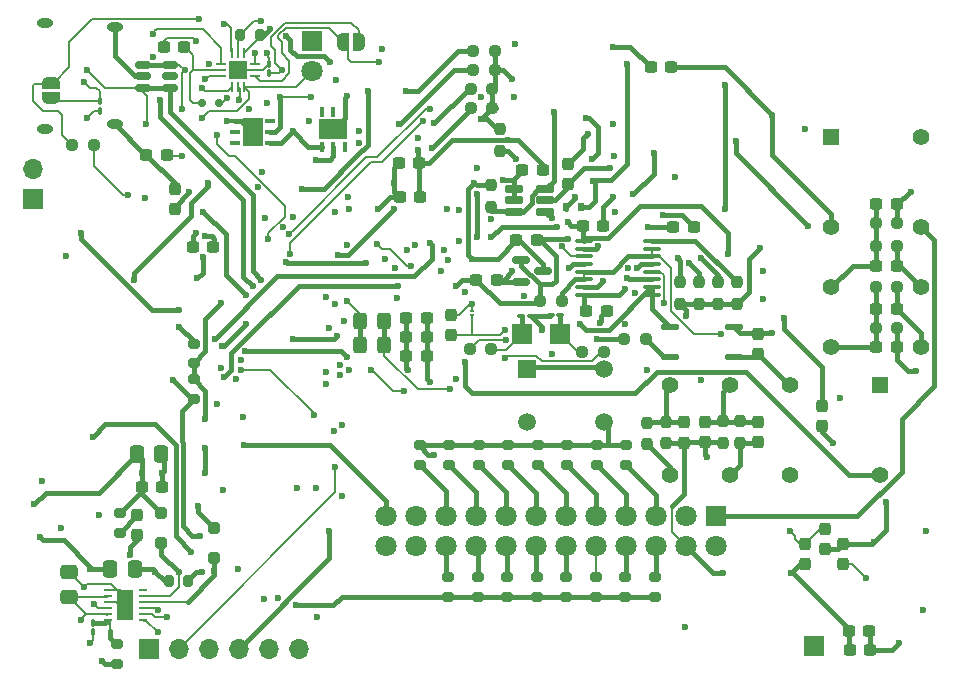
<source format=gbr>
%TF.GenerationSoftware,KiCad,Pcbnew,9.0.0*%
%TF.CreationDate,2025-04-10T22:59:03-04:00*%
%TF.ProjectId,USBLabTool,5553424c-6162-4546-9f6f-6c2e6b696361,2*%
%TF.SameCoordinates,Original*%
%TF.FileFunction,Copper,L4,Bot*%
%TF.FilePolarity,Positive*%
%FSLAX46Y46*%
G04 Gerber Fmt 4.6, Leading zero omitted, Abs format (unit mm)*
G04 Created by KiCad (PCBNEW 9.0.0) date 2025-04-10 22:59:03*
%MOMM*%
%LPD*%
G01*
G04 APERTURE LIST*
G04 Aperture macros list*
%AMRoundRect*
0 Rectangle with rounded corners*
0 $1 Rounding radius*
0 $2 $3 $4 $5 $6 $7 $8 $9 X,Y pos of 4 corners*
0 Add a 4 corners polygon primitive as box body*
4,1,4,$2,$3,$4,$5,$6,$7,$8,$9,$2,$3,0*
0 Add four circle primitives for the rounded corners*
1,1,$1+$1,$2,$3*
1,1,$1+$1,$4,$5*
1,1,$1+$1,$6,$7*
1,1,$1+$1,$8,$9*
0 Add four rect primitives between the rounded corners*
20,1,$1+$1,$2,$3,$4,$5,0*
20,1,$1+$1,$4,$5,$6,$7,0*
20,1,$1+$1,$6,$7,$8,$9,0*
20,1,$1+$1,$8,$9,$2,$3,0*%
%AMFreePoly0*
4,1,23,0.500000,-0.750000,0.000000,-0.750000,0.000000,-0.745722,-0.065263,-0.745722,-0.191342,-0.711940,-0.304381,-0.646677,-0.396677,-0.554381,-0.461940,-0.441342,-0.495722,-0.315263,-0.495722,-0.250000,-0.500000,-0.250000,-0.500000,0.250000,-0.495722,0.250000,-0.495722,0.315263,-0.461940,0.441342,-0.396677,0.554381,-0.304381,0.646677,-0.191342,0.711940,-0.065263,0.745722,0.000000,0.745722,
0.000000,0.750000,0.500000,0.750000,0.500000,-0.750000,0.500000,-0.750000,$1*%
%AMFreePoly1*
4,1,23,0.000000,0.745722,0.065263,0.745722,0.191342,0.711940,0.304381,0.646677,0.396677,0.554381,0.461940,0.441342,0.495722,0.315263,0.495722,0.250000,0.500000,0.250000,0.500000,-0.250000,0.495722,-0.250000,0.495722,-0.315263,0.461940,-0.441342,0.396677,-0.554381,0.304381,-0.646677,0.191342,-0.711940,0.065263,-0.745722,0.000000,-0.745722,0.000000,-0.750000,-0.500000,-0.750000,
-0.500000,0.750000,0.000000,0.750000,0.000000,0.745722,0.000000,0.745722,$1*%
G04 Aperture macros list end*
%TA.AperFunction,ComponentPad*%
%ADD10R,1.700000X1.700000*%
%TD*%
%TA.AperFunction,ComponentPad*%
%ADD11O,1.700000X1.700000*%
%TD*%
%TA.AperFunction,ComponentPad*%
%ADD12R,1.508000X1.508000*%
%TD*%
%TA.AperFunction,ComponentPad*%
%ADD13C,1.508000*%
%TD*%
%TA.AperFunction,ComponentPad*%
%ADD14R,1.800000X1.800000*%
%TD*%
%TA.AperFunction,ComponentPad*%
%ADD15C,1.800000*%
%TD*%
%TA.AperFunction,ComponentPad*%
%ADD16R,1.400000X1.400000*%
%TD*%
%TA.AperFunction,ComponentPad*%
%ADD17C,1.400000*%
%TD*%
%TA.AperFunction,HeatsinkPad*%
%ADD18O,1.400000X0.800000*%
%TD*%
%TA.AperFunction,SMDPad,CuDef*%
%ADD19RoundRect,0.200000X0.275000X-0.200000X0.275000X0.200000X-0.275000X0.200000X-0.275000X-0.200000X0*%
%TD*%
%TA.AperFunction,SMDPad,CuDef*%
%ADD20RoundRect,0.100000X-0.217500X-0.100000X0.217500X-0.100000X0.217500X0.100000X-0.217500X0.100000X0*%
%TD*%
%TA.AperFunction,SMDPad,CuDef*%
%ADD21RoundRect,0.237500X0.300000X0.237500X-0.300000X0.237500X-0.300000X-0.237500X0.300000X-0.237500X0*%
%TD*%
%TA.AperFunction,SMDPad,CuDef*%
%ADD22RoundRect,0.250000X0.250000X-0.250000X0.250000X0.250000X-0.250000X0.250000X-0.250000X-0.250000X0*%
%TD*%
%TA.AperFunction,SMDPad,CuDef*%
%ADD23RoundRect,0.200000X-0.275000X0.200000X-0.275000X-0.200000X0.275000X-0.200000X0.275000X0.200000X0*%
%TD*%
%TA.AperFunction,SMDPad,CuDef*%
%ADD24RoundRect,0.100000X-0.100000X0.217500X-0.100000X-0.217500X0.100000X-0.217500X0.100000X0.217500X0*%
%TD*%
%TA.AperFunction,SMDPad,CuDef*%
%ADD25RoundRect,0.137500X-0.587500X-0.137500X0.587500X-0.137500X0.587500X0.137500X-0.587500X0.137500X0*%
%TD*%
%TA.AperFunction,SMDPad,CuDef*%
%ADD26RoundRect,0.100000X0.100000X-0.217500X0.100000X0.217500X-0.100000X0.217500X-0.100000X-0.217500X0*%
%TD*%
%TA.AperFunction,SMDPad,CuDef*%
%ADD27RoundRect,0.237500X0.237500X-0.300000X0.237500X0.300000X-0.237500X0.300000X-0.237500X-0.300000X0*%
%TD*%
%TA.AperFunction,SMDPad,CuDef*%
%ADD28RoundRect,0.237500X-0.237500X0.300000X-0.237500X-0.300000X0.237500X-0.300000X0.237500X0.300000X0*%
%TD*%
%TA.AperFunction,SMDPad,CuDef*%
%ADD29RoundRect,0.237500X0.250000X0.237500X-0.250000X0.237500X-0.250000X-0.237500X0.250000X-0.237500X0*%
%TD*%
%TA.AperFunction,SMDPad,CuDef*%
%ADD30RoundRect,0.237500X-0.300000X-0.237500X0.300000X-0.237500X0.300000X0.237500X-0.300000X0.237500X0*%
%TD*%
%TA.AperFunction,SMDPad,CuDef*%
%ADD31RoundRect,0.237500X-0.237500X0.250000X-0.237500X-0.250000X0.237500X-0.250000X0.237500X0.250000X0*%
%TD*%
%TA.AperFunction,SMDPad,CuDef*%
%ADD32RoundRect,0.250000X-0.337500X-0.475000X0.337500X-0.475000X0.337500X0.475000X-0.337500X0.475000X0*%
%TD*%
%TA.AperFunction,SMDPad,CuDef*%
%ADD33R,0.812800X0.254000*%
%TD*%
%TA.AperFunction,SMDPad,CuDef*%
%ADD34R,0.254000X0.812800*%
%TD*%
%TA.AperFunction,SMDPad,CuDef*%
%ADD35R,1.549400X1.549400*%
%TD*%
%TA.AperFunction,SMDPad,CuDef*%
%ADD36R,0.304800X0.228600*%
%TD*%
%TA.AperFunction,SMDPad,CuDef*%
%ADD37R,0.812800X0.406400*%
%TD*%
%TA.AperFunction,SMDPad,CuDef*%
%ADD38R,1.752600X2.489200*%
%TD*%
%TA.AperFunction,SMDPad,CuDef*%
%ADD39RoundRect,0.237500X0.237500X-0.250000X0.237500X0.250000X-0.237500X0.250000X-0.237500X-0.250000X0*%
%TD*%
%TA.AperFunction,SMDPad,CuDef*%
%ADD40RoundRect,0.150000X0.150000X0.200000X-0.150000X0.200000X-0.150000X-0.200000X0.150000X-0.200000X0*%
%TD*%
%TA.AperFunction,SMDPad,CuDef*%
%ADD41FreePoly0,270.000000*%
%TD*%
%TA.AperFunction,SMDPad,CuDef*%
%ADD42FreePoly1,270.000000*%
%TD*%
%TA.AperFunction,SMDPad,CuDef*%
%ADD43RoundRect,0.062500X0.300000X0.062500X-0.300000X0.062500X-0.300000X-0.062500X0.300000X-0.062500X0*%
%TD*%
%TA.AperFunction,HeatsinkPad*%
%ADD44R,1.400000X2.550000*%
%TD*%
%TA.AperFunction,SMDPad,CuDef*%
%ADD45RoundRect,0.237500X-0.250000X-0.237500X0.250000X-0.237500X0.250000X0.237500X-0.250000X0.237500X0*%
%TD*%
%TA.AperFunction,SMDPad,CuDef*%
%ADD46RoundRect,0.250000X0.325000X0.450000X-0.325000X0.450000X-0.325000X-0.450000X0.325000X-0.450000X0*%
%TD*%
%TA.AperFunction,SMDPad,CuDef*%
%ADD47RoundRect,0.250000X-0.250000X0.250000X-0.250000X-0.250000X0.250000X-0.250000X0.250000X0.250000X0*%
%TD*%
%TA.AperFunction,SMDPad,CuDef*%
%ADD48RoundRect,0.237500X0.237500X-0.287500X0.237500X0.287500X-0.237500X0.287500X-0.237500X-0.287500X0*%
%TD*%
%TA.AperFunction,SMDPad,CuDef*%
%ADD49RoundRect,0.250000X0.475000X-0.337500X0.475000X0.337500X-0.475000X0.337500X-0.475000X-0.337500X0*%
%TD*%
%TA.AperFunction,SMDPad,CuDef*%
%ADD50RoundRect,0.150000X-0.587500X-0.150000X0.587500X-0.150000X0.587500X0.150000X-0.587500X0.150000X0*%
%TD*%
%TA.AperFunction,SMDPad,CuDef*%
%ADD51R,1.750000X1.800000*%
%TD*%
%TA.AperFunction,SMDPad,CuDef*%
%ADD52R,0.406400X0.812800*%
%TD*%
%TA.AperFunction,SMDPad,CuDef*%
%ADD53R,2.489200X1.752600*%
%TD*%
%TA.AperFunction,SMDPad,CuDef*%
%ADD54RoundRect,0.100000X0.217500X0.100000X-0.217500X0.100000X-0.217500X-0.100000X0.217500X-0.100000X0*%
%TD*%
%TA.AperFunction,SMDPad,CuDef*%
%ADD55RoundRect,0.162500X0.617500X0.162500X-0.617500X0.162500X-0.617500X-0.162500X0.617500X-0.162500X0*%
%TD*%
%TA.AperFunction,SMDPad,CuDef*%
%ADD56RoundRect,0.200000X0.200000X0.275000X-0.200000X0.275000X-0.200000X-0.275000X0.200000X-0.275000X0*%
%TD*%
%TA.AperFunction,SMDPad,CuDef*%
%ADD57R,0.550000X0.800000*%
%TD*%
%TA.AperFunction,SMDPad,CuDef*%
%ADD58RoundRect,0.200000X-0.200000X-0.275000X0.200000X-0.275000X0.200000X0.275000X-0.200000X0.275000X0*%
%TD*%
%TA.AperFunction,SMDPad,CuDef*%
%ADD59RoundRect,0.150000X-0.512500X-0.150000X0.512500X-0.150000X0.512500X0.150000X-0.512500X0.150000X0*%
%TD*%
%TA.AperFunction,SMDPad,CuDef*%
%ADD60FreePoly0,0.000000*%
%TD*%
%TA.AperFunction,SMDPad,CuDef*%
%ADD61FreePoly1,0.000000*%
%TD*%
%TA.AperFunction,SMDPad,CuDef*%
%ADD62RoundRect,0.100000X0.637500X0.100000X-0.637500X0.100000X-0.637500X-0.100000X0.637500X-0.100000X0*%
%TD*%
%TA.AperFunction,ViaPad*%
%ADD63C,0.600000*%
%TD*%
%TA.AperFunction,Conductor*%
%ADD64C,0.400000*%
%TD*%
%TA.AperFunction,Conductor*%
%ADD65C,0.200000*%
%TD*%
G04 APERTURE END LIST*
D10*
%TO.P,J17,1,Pin_1*%
%TO.N,+12VA*%
X111906000Y-81384000D03*
D11*
%TO.P,J17,2,Pin_2*%
%TO.N,-12VA*%
X111906000Y-78844000D03*
%TD*%
D10*
%TO.P,J19,1,Pin_1*%
%TO.N,-5V*%
X178000000Y-119250000D03*
%TD*%
D12*
%TO.P,SW1,1,1*%
%TO.N,NRST*%
X153750000Y-95750000D03*
D13*
%TO.P,SW1,2,2*%
X160250000Y-95750000D03*
%TO.P,SW1,3,K*%
%TO.N,GND*%
X153750000Y-100250000D03*
%TO.P,SW1,4,A*%
X160250000Y-100250000D03*
%TD*%
D14*
%TO.P,D7,1,K*%
%TO.N,Net-(D7-K)*%
X135506000Y-68044000D03*
D15*
%TO.P,D7,2,A*%
%TO.N,+5V*%
X135506000Y-70584000D03*
%TD*%
D10*
%TO.P,J1,1,Pin_1*%
%TO.N,+3.3V*%
X121756000Y-119444000D03*
D11*
%TO.P,J1,2,Pin_2*%
%TO.N,DEBUG_JTCK_SWCLK*%
X124296000Y-119444000D03*
%TO.P,J1,3,Pin_3*%
%TO.N,GND*%
X126836000Y-119444000D03*
%TO.P,J1,4,Pin_4*%
%TO.N,DEBUG_JTMS-SWDI0*%
X129376000Y-119444000D03*
%TO.P,J1,5,Pin_5*%
%TO.N,NRST*%
X131916000Y-119444000D03*
%TO.P,J1,6,Pin_6*%
%TO.N,DEBUG_JTD-SW0*%
X134456000Y-119444000D03*
%TD*%
D14*
%TO.P,J2,1,Pin_1*%
%TO.N,P_CH0_IN*%
X169746000Y-108244000D03*
D15*
%TO.P,J2,2,Pin_2*%
%TO.N,P_CH1_IN*%
X169746000Y-110784000D03*
%TO.P,J2,3,Pin_3*%
%TO.N,GND*%
X167206000Y-108244000D03*
%TO.P,J2,4,Pin_4*%
%TO.N,GNDA*%
X167206000Y-110784000D03*
%TO.P,J2,5,Pin_5*%
%TO.N,LOGIC_INP7*%
X164666000Y-108244000D03*
%TO.P,J2,6,Pin_6*%
%TO.N,LOGIC_INP15*%
X164666000Y-110784000D03*
%TO.P,J2,7,Pin_7*%
%TO.N,LOGIC_INP6*%
X162126000Y-108244000D03*
%TO.P,J2,8,Pin_8*%
%TO.N,LOGIC_INP14*%
X162126000Y-110784000D03*
%TO.P,J2,9,Pin_9*%
%TO.N,LOGIC_INP5*%
X159586000Y-108244000D03*
%TO.P,J2,10,Pin_10*%
%TO.N,LOGIC_INP13*%
X159586000Y-110784000D03*
%TO.P,J2,11,Pin_11*%
%TO.N,LOGIC_INP4*%
X157046000Y-108244000D03*
%TO.P,J2,12,Pin_12*%
%TO.N,LOGIC_INP12*%
X157046000Y-110784000D03*
%TO.P,J2,13,Pin_13*%
%TO.N,LOGIC_INP3*%
X154506000Y-108244000D03*
%TO.P,J2,14,Pin_14*%
%TO.N,LOGIC_INP11*%
X154506000Y-110784000D03*
%TO.P,J2,15,Pin_15*%
%TO.N,LOGIC_INP2*%
X151966000Y-108244000D03*
%TO.P,J2,16,Pin_16*%
%TO.N,LOGIC_INP10*%
X151966000Y-110784000D03*
%TO.P,J2,17,Pin_17*%
%TO.N,LOGIC_INP1*%
X149426000Y-108244000D03*
%TO.P,J2,18,Pin_18*%
%TO.N,LOGIC_INP9*%
X149426000Y-110784000D03*
%TO.P,J2,19,Pin_19*%
%TO.N,LOGIC_INP0*%
X146886000Y-108244000D03*
%TO.P,J2,20,Pin_20*%
%TO.N,LOGIC_INP8*%
X146886000Y-110784000D03*
%TO.P,J2,21,Pin_21*%
%TO.N,GND*%
X144346000Y-108244000D03*
%TO.P,J2,22,Pin_22*%
%TO.N,GNDA*%
X144346000Y-110784000D03*
%TO.P,J2,23,Pin_23*%
%TO.N,DAC1_OUT1*%
X141806000Y-108244000D03*
%TO.P,J2,24,Pin_24*%
%TO.N,DAC1_OUT2*%
X141806000Y-110784000D03*
%TD*%
D16*
%TO.P,K2,1*%
%TO.N,GND*%
X179506000Y-76144000D03*
D17*
%TO.P,K2,4*%
%TO.N,Net-(C10-Pad1)*%
X179506000Y-83764000D03*
%TO.P,K2,6*%
%TO.N,Net-(C5-Pad2)*%
X179506000Y-88844000D03*
%TO.P,K2,8*%
%TO.N,Net-(C7-Pad2)*%
X179506000Y-93924000D03*
%TO.P,K2,9*%
%TO.N,Net-(C7-Pad1)*%
X187126000Y-93924000D03*
%TO.P,K2,11*%
%TO.N,Net-(C6-Pad2)*%
X187126000Y-88844000D03*
%TO.P,K2,13*%
%TO.N,P_CH0_IN*%
X187126000Y-83764000D03*
%TO.P,K2,16*%
%TO.N,CH0_attenuate*%
X187126000Y-76144000D03*
%TD*%
D16*
%TO.P,K1,1*%
%TO.N,GND*%
X183637250Y-97112750D03*
D17*
%TO.P,K1,4*%
%TO.N,Net-(C9-Pad1)*%
X176017250Y-97112750D03*
%TO.P,K1,6*%
%TO.N,Net-(C1-Pad2)*%
X170937250Y-97112750D03*
%TO.P,K1,8*%
%TO.N,Net-(C3-Pad2)*%
X165857250Y-97112750D03*
%TO.P,K1,9*%
%TO.N,Net-(C3-Pad1)*%
X165857250Y-104732750D03*
%TO.P,K1,11*%
%TO.N,Net-(C2-Pad2)*%
X170937250Y-104732750D03*
%TO.P,K1,13*%
%TO.N,P_CH1_IN*%
X176017250Y-104732750D03*
%TO.P,K1,16*%
%TO.N,CH1_attenuate*%
X183637250Y-104732750D03*
%TD*%
D18*
%TO.P,J20,S1,SHIELD*%
%TO.N,GND*%
X112900000Y-66450000D03*
X118850000Y-66810000D03*
X118850000Y-75070000D03*
X112900000Y-75430000D03*
%TD*%
D19*
%TO.P,R60,1*%
%TO.N,Net-(U13-Vfb2)*%
X119000000Y-120750000D03*
%TO.P,R60,2*%
%TO.N,Net-(U13-Vref)*%
X119000000Y-119100000D03*
%TD*%
D20*
%TO.P,C35,1*%
%TO.N,GND*%
X155731000Y-91244000D03*
%TO.P,C35,2*%
%TO.N,Net-(C35-Pad2)*%
X156546000Y-91244000D03*
%TD*%
D21*
%TO.P,C52,1*%
%TO.N,+3.3V*%
X145262500Y-94700000D03*
%TO.P,C52,2*%
%TO.N,GND*%
X143537500Y-94700000D03*
%TD*%
D22*
%TO.P,D6,1,K*%
%TO.N,Net-(D6-K)*%
X127250000Y-111750000D03*
%TO.P,D6,2,A*%
%TO.N,-12VA*%
X127250000Y-109250000D03*
%TD*%
D23*
%TO.P,R70,1*%
%TO.N,LOGIC_INP13*%
X159550000Y-113400000D03*
%TO.P,R70,2*%
%TO.N,GND*%
X159550000Y-115050000D03*
%TD*%
D24*
%TO.P,C72,1*%
%TO.N,GND*%
X131925000Y-69925000D03*
%TO.P,C72,2*%
%TO.N,Net-(J20-CC1)*%
X131925000Y-70740000D03*
%TD*%
D25*
%TO.P,U1,1*%
%TO.N,Net-(R9-Pad1)*%
X165806000Y-94784000D03*
%TO.P,U1,2*%
%TO.N,GND*%
X165806000Y-92244000D03*
%TO.P,U1,3*%
%TO.N,Net-(U4-+IN_A)*%
X171306000Y-92244000D03*
%TO.P,U1,4*%
%TO.N,Net-(C9-Pad1)*%
X171306000Y-94784000D03*
%TD*%
D26*
%TO.P,C73,1*%
%TO.N,GND*%
X117556000Y-73901500D03*
%TO.P,C73,2*%
%TO.N,Net-(J20-CC2)*%
X117556000Y-73086500D03*
%TD*%
D27*
%TO.P,C1,1*%
%TO.N,GNDA*%
X168806000Y-101969000D03*
%TO.P,C1,2*%
%TO.N,Net-(C1-Pad2)*%
X168806000Y-100244000D03*
%TD*%
D21*
%TO.P,C22,1*%
%TO.N,GNDA*%
X155068500Y-78944000D03*
%TO.P,C22,2*%
%TO.N,+5VCLEAN*%
X153343500Y-78944000D03*
%TD*%
D28*
%TO.P,C2,1*%
%TO.N,Net-(C1-Pad2)*%
X173306000Y-100244000D03*
%TO.P,C2,2*%
%TO.N,Net-(C2-Pad2)*%
X173306000Y-101969000D03*
%TD*%
D23*
%TO.P,R35,1*%
%TO.N,-5VCLEAN*%
X125506000Y-96644000D03*
%TO.P,R35,2*%
%TO.N,/AWG_FrontEnd/C0_FB*%
X125506000Y-98294000D03*
%TD*%
D28*
%TO.P,C4,1*%
%TO.N,Net-(C3-Pad2)*%
X166997250Y-100302750D03*
%TO.P,C4,2*%
%TO.N,GNDA*%
X166997250Y-102027750D03*
%TD*%
D19*
%TO.P,R71,1*%
%TO.N,GND*%
X149550000Y-115050000D03*
%TO.P,R71,2*%
%TO.N,LOGIC_INP9*%
X149550000Y-113400000D03*
%TD*%
D27*
%TO.P,C9,1*%
%TO.N,Net-(C9-Pad1)*%
X173306000Y-94546500D03*
%TO.P,C9,2*%
%TO.N,Net-(U4-+IN_A)*%
X173306000Y-92821500D03*
%TD*%
%TO.P,C24,1*%
%TO.N,-5VCLEAN*%
X157237412Y-80106500D03*
%TO.P,C24,2*%
%TO.N,GNDA*%
X157237412Y-78381500D03*
%TD*%
D29*
%TO.P,R5,1*%
%TO.N,GNDA*%
X185106000Y-83444000D03*
%TO.P,R5,2*%
%TO.N,Net-(C5-Pad2)*%
X183281000Y-83444000D03*
%TD*%
D23*
%TO.P,R57,1*%
%TO.N,LOGIC_INP15*%
X164550000Y-113400000D03*
%TO.P,R57,2*%
%TO.N,GND*%
X164550000Y-115050000D03*
%TD*%
D30*
%TO.P,C14,1*%
%TO.N,+5VCLEAN*%
X158443500Y-83644000D03*
%TO.P,C14,2*%
%TO.N,GNDA*%
X160168500Y-83644000D03*
%TD*%
D31*
%TO.P,R16,1*%
%TO.N,Net-(U3-4Z)*%
X168306000Y-88444000D03*
%TO.P,R16,2*%
%TO.N,Net-(U4-OUT_A)*%
X168306000Y-90269000D03*
%TD*%
D32*
%TO.P,C51,1*%
%TO.N,GNDA*%
X118462500Y-112750000D03*
%TO.P,C51,2*%
%TO.N,-12VA*%
X120537500Y-112750000D03*
%TD*%
D33*
%TO.P,U17,1,CC2*%
%TO.N,UCPD_CC2*%
X130706000Y-69968998D03*
%TO.P,U17,2,GND*%
%TO.N,GND*%
X130706000Y-70468997D03*
%TO.P,U17,3,CC1*%
%TO.N,UCPD_CC1*%
X130706000Y-70968996D03*
D34*
%TO.P,U17,4,SOURCE*%
%TO.N,+5V*%
X129783599Y-71891397D03*
%TO.P,U17,5,GATE*%
%TO.N,Net-(Q1-G)*%
X129283600Y-71891397D03*
%TO.P,U17,6,VBUS_CTRL*%
%TO.N,Net-(U17-VBUS_CTRL)*%
X128783601Y-71891397D03*
D33*
%TO.P,U17,7,CC1c*%
%TO.N,Net-(J20-CC1)*%
X127861200Y-70968996D03*
%TO.P,U17,8,IN_GD*%
%TO.N,Net-(D10-K)*%
X127861200Y-70468997D03*
%TO.P,U17,9,CC2c*%
%TO.N,Net-(J20-CC2)*%
X127861200Y-69968998D03*
D34*
%TO.P,U17,10,DB/*%
%TO.N,USCPD_DBn*%
X128783601Y-69046597D03*
%TO.P,U17,11,FLT/*%
%TO.N,UCPD_FLT*%
X129283600Y-69046597D03*
%TO.P,U17,12,VCC*%
%TO.N,+3.3V*%
X129783599Y-69046597D03*
D35*
%TO.P,U17,13,GND*%
%TO.N,GND*%
X129283600Y-70468997D03*
%TD*%
D31*
%TO.P,R13,1*%
%TO.N,Net-(U3-1Z)*%
X171506000Y-88444000D03*
%TO.P,R13,2*%
%TO.N,Net-(U4-OUT_A)*%
X171506000Y-90269000D03*
%TD*%
D21*
%TO.P,C53,1*%
%TO.N,+3.3V*%
X145262500Y-93100000D03*
%TO.P,C53,2*%
%TO.N,GND*%
X143537500Y-93100000D03*
%TD*%
D36*
%TO.P,CR2,1,1*%
%TO.N,NRST*%
X149106000Y-90888400D03*
%TO.P,CR2,2,2*%
%TO.N,GND*%
X149106000Y-91244000D03*
%TD*%
D31*
%TO.P,R1,1*%
%TO.N,Net-(C3-Pad2)*%
X163906000Y-100331500D03*
%TO.P,R1,2*%
%TO.N,Net-(C3-Pad1)*%
X163906000Y-102156500D03*
%TD*%
D21*
%TO.P,C28,1*%
%TO.N,+3.3VA*%
X151168500Y-88244000D03*
%TO.P,C28,2*%
%TO.N,GNDA*%
X149443500Y-88244000D03*
%TD*%
D37*
%TO.P,U14,1,NC*%
%TO.N,unconnected-(U14-NC-Pad1)*%
X131951600Y-74744000D03*
%TO.P,U14,2,VO*%
%TO.N,+3.3V*%
X131951600Y-75694001D03*
%TO.P,U14,3,VI*%
%TO.N,Net-(D8-K)*%
X131951600Y-76644002D03*
%TO.P,U14,4,NC*%
%TO.N,unconnected-(U14-NC-Pad4)*%
X129056000Y-76644002D03*
%TO.P,U14,5,NC*%
%TO.N,unconnected-(U14-NC-Pad5)*%
X129056000Y-75694001D03*
%TO.P,U14,6,GND*%
%TO.N,GND*%
X129056000Y-74744000D03*
D38*
%TO.P,U14,7,GND*%
X130503800Y-75694001D03*
%TD*%
D39*
%TO.P,R32,1*%
%TO.N,Net-(U8--)*%
X150706000Y-82044000D03*
%TO.P,R32,2*%
%TO.N,ADC1_INP0*%
X150706000Y-80219000D03*
%TD*%
D40*
%TO.P,D10,1,K*%
%TO.N,Net-(D10-K)*%
X126250000Y-73250000D03*
%TO.P,D10,2,A*%
%TO.N,Net-(D10-A)*%
X127650000Y-73250000D03*
%TD*%
D19*
%TO.P,R75,1*%
%TO.N,LOGIC_INP3*%
X152150000Y-103900000D03*
%TO.P,R75,2*%
%TO.N,GND*%
X152150000Y-102250000D03*
%TD*%
D29*
%TO.P,R82,1*%
%TO.N,RCC_OSC32_IN*%
X160262500Y-94375000D03*
%TO.P,R82,2*%
%TO.N,Net-(C35-Pad2)*%
X158437500Y-94375000D03*
%TD*%
D41*
%TO.P,JP5,1,A*%
%TO.N,UCPD_CC2*%
X113400000Y-71525000D03*
D42*
%TO.P,JP5,2,B*%
%TO.N,Net-(J20-CC2)*%
X113400000Y-72825000D03*
%TD*%
D28*
%TO.P,C75,1*%
%TO.N,NRST*%
X147325000Y-91212500D03*
%TO.P,C75,2*%
%TO.N,GND*%
X147325000Y-92937500D03*
%TD*%
D43*
%TO.P,U13,1,NC*%
%TO.N,unconnected-(U13-NC-Pad1)*%
X121250000Y-114500000D03*
%TO.P,U13,2,Lx1*%
%TO.N,Net-(D5-A)*%
X121250000Y-115000000D03*
%TO.P,U13,3,Lx2*%
%TO.N,Net-(D6-K)*%
X121250000Y-115500000D03*
%TO.P,U13,4,Voutn*%
%TO.N,-12VA*%
X121250000Y-116000000D03*
%TO.P,U13,5,CE*%
%TO.N,+5V*%
X121250000Y-116500000D03*
%TO.P,U13,6,Vfb2*%
%TO.N,Net-(U13-Vfb2)*%
X121250000Y-117000000D03*
%TO.P,U13,7,Vref*%
%TO.N,Net-(U13-Vref)*%
X118225000Y-117000000D03*
%TO.P,U13,8,Vcc*%
%TO.N,+5V*%
X118225000Y-116500000D03*
%TO.P,U13,9,Vfb1*%
%TO.N,Net-(U13-Vfb1)*%
X118225000Y-116000000D03*
%TO.P,U13,10,GND*%
%TO.N,GND*%
X118225000Y-115500000D03*
%TO.P,U13,11,PVcc*%
%TO.N,+5V*%
X118225000Y-115000000D03*
%TO.P,U13,12,PGND*%
%TO.N,GND*%
X118225000Y-114500000D03*
D44*
%TO.P,U13,13,GND*%
X119737500Y-115750000D03*
%TD*%
D31*
%TO.P,R4,1*%
%TO.N,Net-(C1-Pad2)*%
X171806000Y-100194000D03*
%TO.P,R4,2*%
%TO.N,Net-(C2-Pad2)*%
X171806000Y-102019000D03*
%TD*%
D30*
%TO.P,C58,1*%
%TO.N,GND*%
X143537500Y-91500000D03*
%TO.P,C58,2*%
%TO.N,+3.3V*%
X145262500Y-91500000D03*
%TD*%
D45*
%TO.P,R83,1*%
%TO.N,RCC_OSC32_OUT*%
X148875000Y-94100000D03*
%TO.P,R83,2*%
%TO.N,Net-(C36-Pad2)*%
X150700000Y-94100000D03*
%TD*%
D30*
%TO.P,C26,1*%
%TO.N,ADC1_INP0*%
X152843500Y-84844000D03*
%TO.P,C26,2*%
%TO.N,GNDA*%
X154568500Y-84844000D03*
%TD*%
D39*
%TO.P,R2,1*%
%TO.N,GNDA*%
X165497250Y-102077750D03*
%TO.P,R2,2*%
%TO.N,Net-(C3-Pad2)*%
X165497250Y-100252750D03*
%TD*%
D30*
%TO.P,C57,1*%
%TO.N,+3.3VA*%
X142966000Y-81244000D03*
%TO.P,C57,2*%
%TO.N,GNDA*%
X144691000Y-81244000D03*
%TD*%
D46*
%TO.P,C31,1*%
%TO.N,Net-(C31-Pad1)*%
X141647620Y-91700000D03*
%TO.P,C31,2*%
%TO.N,Net-(C31-Pad2)*%
X139597620Y-91700000D03*
%TD*%
D47*
%TO.P,D5,1,K*%
%TO.N,+12VA*%
X122750000Y-108000000D03*
%TO.P,D5,2,A*%
%TO.N,Net-(D5-A)*%
X122750000Y-110500000D03*
%TD*%
D28*
%TO.P,C68,1*%
%TO.N,+5VCLEAN*%
X177306000Y-110581500D03*
%TO.P,C68,2*%
%TO.N,GNDA*%
X177306000Y-112306500D03*
%TD*%
D30*
%TO.P,C47,1*%
%TO.N,+12VA*%
X125443500Y-85444000D03*
%TO.P,C47,2*%
%TO.N,GNDA*%
X127168500Y-85444000D03*
%TD*%
D19*
%TO.P,R37,1*%
%TO.N,-5VCLEAN*%
X125506000Y-95269000D03*
%TO.P,R37,2*%
%TO.N,/AWG_FrontEnd/C1_FB*%
X125506000Y-93619000D03*
%TD*%
D23*
%TO.P,R74,1*%
%TO.N,GND*%
X162150000Y-102250000D03*
%TO.P,R74,2*%
%TO.N,LOGIC_INP7*%
X162150000Y-103900000D03*
%TD*%
D48*
%TO.P,L8,1,1*%
%TO.N,-5V*%
X178750000Y-100625000D03*
%TO.P,L8,2,2*%
%TO.N,-5VCLEAN*%
X178750000Y-98875000D03*
%TD*%
D21*
%TO.P,C5,1*%
%TO.N,GNDA*%
X185056000Y-81844000D03*
%TO.P,C5,2*%
%TO.N,Net-(C5-Pad2)*%
X183331000Y-81844000D03*
%TD*%
D31*
%TO.P,R14,1*%
%TO.N,Net-(U3-2Z)*%
X169906000Y-88444000D03*
%TO.P,R14,2*%
%TO.N,Net-(U4-OUT_A)*%
X169906000Y-90269000D03*
%TD*%
D23*
%TO.P,R68,1*%
%TO.N,LOGIC_INP14*%
X162050000Y-113400000D03*
%TO.P,R68,2*%
%TO.N,GND*%
X162050000Y-115050000D03*
%TD*%
%TO.P,R61,1*%
%TO.N,+12VA*%
X119250000Y-108000000D03*
%TO.P,R61,2*%
%TO.N,Net-(C45-Pad1)*%
X119250000Y-109650000D03*
%TD*%
D32*
%TO.P,C50,1*%
%TO.N,+12VA*%
X120712500Y-103000000D03*
%TO.P,C50,2*%
%TO.N,GNDA*%
X122787500Y-103000000D03*
%TD*%
D23*
%TO.P,R78,1*%
%TO.N,GND*%
X157150000Y-102250000D03*
%TO.P,R78,2*%
%TO.N,LOGIC_INP5*%
X157150000Y-103900000D03*
%TD*%
D28*
%TO.P,C40,1*%
%TO.N,GND*%
X123906000Y-80500000D03*
%TO.P,C40,2*%
%TO.N,+12VA*%
X123906000Y-82225000D03*
%TD*%
D19*
%TO.P,R79,1*%
%TO.N,LOGIC_INP1*%
X147150000Y-103900000D03*
%TO.P,R79,2*%
%TO.N,GND*%
X147150000Y-102250000D03*
%TD*%
D39*
%TO.P,R3,1*%
%TO.N,GNDA*%
X170306000Y-102019000D03*
%TO.P,R3,2*%
%TO.N,Net-(C1-Pad2)*%
X170306000Y-100194000D03*
%TD*%
D23*
%TO.P,R80,1*%
%TO.N,GND*%
X154650000Y-102250000D03*
%TO.P,R80,2*%
%TO.N,LOGIC_INP4*%
X154650000Y-103900000D03*
%TD*%
D19*
%TO.P,R77,1*%
%TO.N,LOGIC_INP2*%
X149650000Y-103900000D03*
%TO.P,R77,2*%
%TO.N,GND*%
X149650000Y-102250000D03*
%TD*%
D30*
%TO.P,C8,1*%
%TO.N,Net-(C7-Pad2)*%
X183331000Y-93886500D03*
%TO.P,C8,2*%
%TO.N,GNDA*%
X185056000Y-93886500D03*
%TD*%
D19*
%TO.P,R65,1*%
%TO.N,GND*%
X154550000Y-115050000D03*
%TO.P,R65,2*%
%TO.N,LOGIC_INP11*%
X154550000Y-113400000D03*
%TD*%
D49*
%TO.P,C37,1*%
%TO.N,+5V*%
X115000000Y-115075000D03*
%TO.P,C37,2*%
%TO.N,GND*%
X115000000Y-113000000D03*
%TD*%
D19*
%TO.P,R73,1*%
%TO.N,GND*%
X147020000Y-115050000D03*
%TO.P,R73,2*%
%TO.N,LOGIC_INP8*%
X147020000Y-113400000D03*
%TD*%
D30*
%TO.P,C11,1*%
%TO.N,-5VCLEAN*%
X158775000Y-90844000D03*
%TO.P,C11,2*%
%TO.N,GNDA*%
X160500000Y-90844000D03*
%TD*%
D45*
%TO.P,R19,1*%
%TO.N,Net-(U5-3Z)*%
X148993500Y-73644000D03*
%TO.P,R19,2*%
%TO.N,Net-(U6-OUT_A)*%
X150818500Y-73644000D03*
%TD*%
%TO.P,R11,1*%
%TO.N,GNDA*%
X154837500Y-90000000D03*
%TO.P,R11,2*%
%TO.N,Net-(U3-1Y)*%
X156662500Y-90000000D03*
%TD*%
D30*
%TO.P,C54,1*%
%TO.N,+3.3VA*%
X142906000Y-78339000D03*
%TO.P,C54,2*%
%TO.N,GNDA*%
X144631000Y-78339000D03*
%TD*%
D50*
%TO.P,D4,1,K*%
%TO.N,+3.3VA*%
X153250000Y-88450000D03*
%TO.P,D4,2,A*%
%TO.N,GNDA*%
X153250000Y-86550000D03*
%TO.P,D4,3,K*%
%TO.N,ADC1_INP0*%
X155125000Y-87500000D03*
%TD*%
D23*
%TO.P,R76,1*%
%TO.N,GND*%
X159650000Y-102250000D03*
%TO.P,R76,2*%
%TO.N,LOGIC_INP6*%
X159650000Y-103900000D03*
%TD*%
D21*
%TO.P,C10,1*%
%TO.N,Net-(C10-Pad1)*%
X165968500Y-70250000D03*
%TO.P,C10,2*%
%TO.N,Net-(U6-+IN_A)*%
X164243500Y-70250000D03*
%TD*%
D28*
%TO.P,C45,1*%
%TO.N,Net-(C45-Pad1)*%
X120750000Y-108137500D03*
%TO.P,C45,2*%
%TO.N,Net-(U13-Vfb1)*%
X120750000Y-109862500D03*
%TD*%
D19*
%TO.P,R81,1*%
%TO.N,LOGIC_INP0*%
X144650000Y-103900000D03*
%TO.P,R81,2*%
%TO.N,GND*%
X144650000Y-102250000D03*
%TD*%
D51*
%TO.P,Y1,1,1*%
%TO.N,Net-(C36-Pad2)*%
X153283500Y-92844000D03*
%TO.P,Y1,2,2*%
%TO.N,Net-(C35-Pad2)*%
X156533500Y-92844000D03*
%TD*%
D30*
%TO.P,C38,1*%
%TO.N,+12VA*%
X121137500Y-105750000D03*
%TO.P,C38,2*%
%TO.N,GNDA*%
X122862500Y-105750000D03*
%TD*%
D21*
%TO.P,C7,1*%
%TO.N,Net-(C7-Pad1)*%
X185056000Y-90686500D03*
%TO.P,C7,2*%
%TO.N,Net-(C7-Pad2)*%
X183331000Y-90686500D03*
%TD*%
D29*
%TO.P,R85,1*%
%TO.N,Net-(U12-PB14)*%
X117050000Y-76825000D03*
%TO.P,R85,2*%
%TO.N,UCPD_CC2*%
X115225000Y-76825000D03*
%TD*%
D45*
%TO.P,R6,1*%
%TO.N,Net-(C5-Pad2)*%
X183281000Y-85384000D03*
%TO.P,R6,2*%
%TO.N,Net-(C6-Pad2)*%
X185106000Y-85384000D03*
%TD*%
D52*
%TO.P,U15,1,NC*%
%TO.N,unconnected-(U15-NC-Pad1)*%
X138306000Y-76939600D03*
%TO.P,U15,2,VO*%
%TO.N,Net-(U15-VO)*%
X137355999Y-76939600D03*
%TO.P,U15,3,VI*%
%TO.N,Net-(D8-K)*%
X136405998Y-76939600D03*
%TO.P,U15,4,NC*%
%TO.N,unconnected-(U15-NC-Pad4)*%
X136405998Y-74044000D03*
%TO.P,U15,5,NC*%
%TO.N,unconnected-(U15-NC-Pad5)*%
X137355999Y-74044000D03*
%TO.P,U15,6,GND*%
%TO.N,GND*%
X138306000Y-74044000D03*
D53*
%TO.P,U15,7,GND*%
X137355999Y-75491800D03*
%TD*%
D54*
%TO.P,C36,1*%
%TO.N,GND*%
X154088500Y-91294000D03*
%TO.P,C36,2*%
%TO.N,Net-(C36-Pad2)*%
X153273500Y-91294000D03*
%TD*%
D29*
%TO.P,R8,1*%
%TO.N,GNDA*%
X185106000Y-92286500D03*
%TO.P,R8,2*%
%TO.N,Net-(C7-Pad2)*%
X183281000Y-92286500D03*
%TD*%
D45*
%TO.P,R17,1*%
%TO.N,Net-(U5-1Z)*%
X149193500Y-68844000D03*
%TO.P,R17,2*%
%TO.N,Net-(U6-OUT_A)*%
X151018500Y-68844000D03*
%TD*%
D29*
%TO.P,R9,1*%
%TO.N,Net-(R9-Pad1)*%
X163818500Y-93244000D03*
%TO.P,R9,2*%
%TO.N,CH1_ACDC*%
X161993500Y-93244000D03*
%TD*%
D31*
%TO.P,R23,1*%
%TO.N,Net-(U6-OUT_A)*%
X151463500Y-75474000D03*
%TO.P,R23,2*%
%TO.N,Net-(U6-+IN_B)*%
X151463500Y-77299000D03*
%TD*%
D30*
%TO.P,C71,1*%
%TO.N,GND*%
X123000000Y-68500000D03*
%TO.P,C71,2*%
%TO.N,Net-(D10-K)*%
X124725000Y-68500000D03*
%TD*%
D21*
%TO.P,C63,1*%
%TO.N,-5V*%
X182787500Y-119600000D03*
%TO.P,C63,2*%
%TO.N,GNDA*%
X181062500Y-119600000D03*
%TD*%
D55*
%TO.P,U8,1*%
%TO.N,Net-(U8--)*%
X155306000Y-80544000D03*
%TO.P,U8,2,V-*%
%TO.N,-5VCLEAN*%
X155306000Y-81494000D03*
%TO.P,U8,3,+*%
%TO.N,Net-(U6-OUT_B)*%
X155306000Y-82444000D03*
%TO.P,U8,4,-*%
%TO.N,Net-(U8--)*%
X152606000Y-82444000D03*
%TO.P,U8,5,~{DISABLE}*%
%TO.N,+5VCLEAN*%
X152606000Y-81494000D03*
%TO.P,U8,6,V+*%
X152606000Y-80544000D03*
%TD*%
D56*
%TO.P,R56,1*%
%TO.N,+3.3V*%
X131131000Y-67493996D03*
%TO.P,R56,2*%
%TO.N,UCPD_FLT*%
X129481000Y-67493996D03*
%TD*%
D30*
%TO.P,C6,1*%
%TO.N,Net-(C5-Pad2)*%
X183331000Y-87044000D03*
%TO.P,C6,2*%
%TO.N,Net-(C6-Pad2)*%
X185056000Y-87044000D03*
%TD*%
D46*
%TO.P,C32,1*%
%TO.N,Net-(C31-Pad1)*%
X141647620Y-93750000D03*
%TO.P,C32,2*%
%TO.N,Net-(C31-Pad2)*%
X139597620Y-93750000D03*
%TD*%
D23*
%TO.P,R72,1*%
%TO.N,LOGIC_INP12*%
X157050000Y-113400000D03*
%TO.P,R72,2*%
%TO.N,GND*%
X157050000Y-115050000D03*
%TD*%
D30*
%TO.P,C65,1*%
%TO.N,-5VCLEAN*%
X166137500Y-83750000D03*
%TO.P,C65,2*%
%TO.N,GNDA*%
X167862500Y-83750000D03*
%TD*%
D28*
%TO.P,C67,1*%
%TO.N,+5V*%
X180506000Y-110581500D03*
%TO.P,C67,2*%
%TO.N,GND*%
X180506000Y-112306500D03*
%TD*%
D57*
%TO.P,D9,A*%
%TO.N,GND*%
X158306000Y-82044000D03*
%TO.P,D9,C*%
%TO.N,Net-(D10-A)*%
X157056000Y-82044000D03*
%TD*%
D58*
%TO.P,R59,1*%
%TO.N,-12VA*%
X123425000Y-113750000D03*
%TO.P,R59,2*%
%TO.N,Net-(U13-Vfb2)*%
X125075000Y-113750000D03*
%TD*%
D24*
%TO.P,C42,1*%
%TO.N,Net-(U13-Vref)*%
X117000000Y-117250000D03*
%TO.P,C42,2*%
%TO.N,GND*%
X117000000Y-118065000D03*
%TD*%
D59*
%TO.P,U19,1,I/O1*%
%TO.N,USB_D-*%
X121250000Y-71950000D03*
%TO.P,U19,2,GND*%
%TO.N,GND*%
X121250000Y-71000000D03*
%TO.P,U19,3,I/O2*%
%TO.N,USB_D+*%
X121250000Y-70050000D03*
%TO.P,U19,4,I/O2*%
X123525000Y-70050000D03*
%TO.P,U19,5,VBUS*%
%TO.N,unconnected-(U19-VBUS-Pad5)*%
X123525000Y-71000000D03*
%TO.P,U19,6,I/O1*%
%TO.N,USB_D-*%
X123525000Y-71950000D03*
%TD*%
D60*
%TO.P,JP4,1,A*%
%TO.N,UCPD_CC1*%
X138175000Y-68100000D03*
D61*
%TO.P,JP4,2,B*%
%TO.N,Net-(J20-CC1)*%
X139475000Y-68100000D03*
%TD*%
D62*
%TO.P,U3,1,1Z*%
%TO.N,Net-(U3-1Z)*%
X164293500Y-84944000D03*
%TO.P,U3,2,1Y*%
%TO.N,Net-(U3-1Y)*%
X164293500Y-85594000D03*
%TO.P,U3,3,2Y*%
X164293500Y-86244000D03*
%TO.P,U3,4,2Z*%
%TO.N,Net-(U3-2Z)*%
X164293500Y-86894000D03*
%TO.P,U3,5,2S*%
%TO.N,CH1_amp_2.5*%
X164293500Y-87544000D03*
%TO.P,U3,6,3S*%
%TO.N,CH1_amp_5*%
X164293500Y-88194000D03*
%TO.P,U3,7,E*%
%TO.N,GND*%
X164293500Y-88844000D03*
%TO.P,U3,8,GND*%
X164293500Y-89494000D03*
%TO.P,U3,9,V_EE*%
%TO.N,-5VCLEAN*%
X158568500Y-89494000D03*
%TO.P,U3,10,3Z*%
%TO.N,Net-(U3-3Z)*%
X158568500Y-88844000D03*
%TO.P,U3,11,3Y*%
%TO.N,Net-(U3-1Y)*%
X158568500Y-88194000D03*
%TO.P,U3,12,4Y*%
X158568500Y-87544000D03*
%TO.P,U3,13,4Z*%
%TO.N,Net-(U3-4Z)*%
X158568500Y-86894000D03*
%TO.P,U3,14,4S*%
%TO.N,CH1_amp_10*%
X158568500Y-86244000D03*
%TO.P,U3,15,1S*%
%TO.N,CH1_amp_1*%
X158568500Y-85594000D03*
%TO.P,U3,16,V_CC*%
%TO.N,+5VCLEAN*%
X158568500Y-84944000D03*
%TD*%
D30*
%TO.P,C74,1*%
%TO.N,GND*%
X121506000Y-77644000D03*
%TO.P,C74,2*%
%TO.N,Net-(D10-A)*%
X123231000Y-77644000D03*
%TD*%
D21*
%TO.P,C64,1*%
%TO.N,-5V*%
X182725000Y-118000000D03*
%TO.P,C64,2*%
%TO.N,GNDA*%
X181000000Y-118000000D03*
%TD*%
D45*
%TO.P,R20,1*%
%TO.N,Net-(U5-4Z)*%
X148993500Y-72044000D03*
%TO.P,R20,2*%
%TO.N,Net-(U6-OUT_A)*%
X150818500Y-72044000D03*
%TD*%
D48*
%TO.P,L7,1,1*%
%TO.N,+5V*%
X179000000Y-111050000D03*
%TO.P,L7,2,2*%
%TO.N,+5VCLEAN*%
X179000000Y-109300000D03*
%TD*%
D45*
%TO.P,R18,1*%
%TO.N,Net-(U5-2Z)*%
X149193500Y-70444000D03*
%TO.P,R18,2*%
%TO.N,Net-(U6-OUT_A)*%
X151018500Y-70444000D03*
%TD*%
%TO.P,R7,1*%
%TO.N,Net-(C7-Pad2)*%
X183281000Y-88844000D03*
%TO.P,R7,2*%
%TO.N,Net-(C7-Pad1)*%
X185106000Y-88844000D03*
%TD*%
D31*
%TO.P,R15,1*%
%TO.N,Net-(U3-3Z)*%
X166706000Y-88444000D03*
%TO.P,R15,2*%
%TO.N,Net-(U4-OUT_A)*%
X166706000Y-90269000D03*
%TD*%
D19*
%TO.P,R69,1*%
%TO.N,GND*%
X152050000Y-115050000D03*
%TO.P,R69,2*%
%TO.N,LOGIC_INP10*%
X152050000Y-113400000D03*
%TD*%
D63*
%TO.N,GNDA*%
X176106000Y-113044000D03*
X128000000Y-106000000D03*
X169000000Y-103250000D03*
X144500000Y-77250000D03*
X157250000Y-84768501D03*
X165275000Y-82725000D03*
X170306000Y-113044000D03*
X159906000Y-91844000D03*
X152750000Y-68250000D03*
X134662735Y-80500000D03*
X163880025Y-95880025D03*
X112500000Y-110000000D03*
X186250000Y-80750000D03*
X152106000Y-76410500D03*
X122862500Y-104612500D03*
X129706000Y-99844000D03*
X173706000Y-89844000D03*
X126475000Y-84550000D03*
X186700000Y-95975000D03*
X147750000Y-88750000D03*
X161004625Y-81254625D03*
X158875000Y-75875000D03*
X173706000Y-87444000D03*
X177250000Y-75500000D03*
X116750000Y-112750000D03*
X140250000Y-72250000D03*
%TO.N,GND*%
X128306000Y-74744000D03*
X114250000Y-109250000D03*
X138106000Y-106550000D03*
X131750000Y-73250000D03*
X136706000Y-97044000D03*
X187275000Y-116200000D03*
X131500000Y-115250000D03*
X116750000Y-119000000D03*
X155000000Y-92500000D03*
X131725000Y-69000000D03*
X145850000Y-103050000D03*
X134306000Y-105844000D03*
X143700000Y-95900000D03*
X153500000Y-89600000D03*
X138500000Y-72650000D03*
X158250000Y-92000000D03*
X138106000Y-100500000D03*
X134200000Y-115775000D03*
X137525000Y-82475000D03*
X144500000Y-76250000D03*
X114750000Y-86250000D03*
X147984129Y-82319430D03*
X147759047Y-96600000D03*
X182425000Y-113500000D03*
X162215975Y-69984025D03*
X129506000Y-95044000D03*
X159325000Y-79875000D03*
X151906000Y-92444000D03*
X116500000Y-74500000D03*
X125712500Y-68037500D03*
X116250000Y-114250000D03*
X187500000Y-109500000D03*
%TO.N,-5V*%
X185250000Y-119000000D03*
X179648511Y-102025372D03*
%TO.N,+5V*%
X123250000Y-116750000D03*
X184150000Y-107075000D03*
X116000000Y-117000000D03*
X136000000Y-116750000D03*
X177550000Y-83650000D03*
X183150000Y-110400000D03*
X180250000Y-98250000D03*
X126250000Y-74500000D03*
X171425000Y-76450000D03*
%TO.N,ADC2_INP3*%
X161095382Y-77754171D03*
X147000000Y-82250000D03*
%TO.N,ADC1_INP0*%
X149106000Y-86444000D03*
X149250000Y-80000000D03*
%TO.N,+3.3VA*%
X164500000Y-77500000D03*
X162750000Y-81000000D03*
X152500000Y-87500000D03*
X141106000Y-82244000D03*
X161195000Y-82500000D03*
X150732493Y-83069000D03*
X142500000Y-80000000D03*
%TO.N,-5VCLEAN*%
X162000000Y-89000000D03*
X137719649Y-86140001D03*
X164000000Y-83750000D03*
X160750000Y-78750000D03*
X149500000Y-78750000D03*
X175500000Y-91500000D03*
X142500000Y-82250000D03*
X126500000Y-100000000D03*
X127842975Y-90230578D03*
%TO.N,RCC_OSC32_IN*%
X151906000Y-94844000D03*
%TO.N,RCC_OSC32_OUT*%
X151956000Y-93294000D03*
%TO.N,+12VA*%
X121125000Y-104625000D03*
X112000000Y-107250000D03*
X127853017Y-95685051D03*
X125706000Y-84244000D03*
X125125000Y-80825000D03*
%TO.N,-12VA*%
X122500000Y-116150000D03*
X127500000Y-98750000D03*
X129106000Y-96644000D03*
X126350000Y-82475000D03*
X122250000Y-112944000D03*
X125900000Y-107379000D03*
X129931000Y-92000000D03*
X127906000Y-93844000D03*
X129931000Y-89490000D03*
%TO.N,+3.3V*%
X132665025Y-115165025D03*
X129505000Y-95844002D03*
X135487500Y-72737500D03*
X145500000Y-96844000D03*
X131975000Y-66950000D03*
X138625000Y-81175000D03*
X135906000Y-105844000D03*
X129250000Y-112750000D03*
X141750000Y-86444000D03*
X132806000Y-72744000D03*
X135693500Y-99656500D03*
X147980999Y-84954051D03*
X135300000Y-74775000D03*
%TO.N,Net-(U13-Vfb1)*%
X120125000Y-111500000D03*
X117100000Y-115675000D03*
%TO.N,Net-(U13-Vfb2)*%
X117750000Y-120500000D03*
X122458026Y-118052024D03*
X126250000Y-113000000D03*
%TO.N,Net-(D8-K)*%
X133906000Y-75644000D03*
%TO.N,Net-(C31-Pad1)*%
X147250000Y-97500000D03*
%TO.N,UCPD_CC1*%
X141175000Y-69750000D03*
%TO.N,UCPD_CC2*%
X133926470Y-82926470D03*
X130211760Y-73798290D03*
X125975000Y-66175000D03*
X130750000Y-69000000D03*
%TO.N,NRST*%
X149106000Y-90244000D03*
X167125000Y-117625000D03*
%TO.N,CH1_attenuate*%
X142750000Y-89750000D03*
X148459047Y-95208599D03*
X142556000Y-87245000D03*
%TO.N,CH0_attenuate*%
X166250000Y-79500000D03*
X148500000Y-89250000D03*
%TO.N,Net-(D5-A)*%
X124250000Y-113000000D03*
%TO.N,Net-(D6-K)*%
X127250000Y-112864000D03*
%TO.N,DEBUG_JTMS-SWDI0*%
X137000000Y-109500000D03*
X136706000Y-96044000D03*
%TO.N,DEBUG_JTD-SW0*%
X143306000Y-97644000D03*
X140506000Y-95844000D03*
X138706000Y-95844000D03*
%TO.N,DEBUG_JTCK_SWCLK*%
X137506000Y-104044000D03*
X137406000Y-101000000D03*
%TO.N,CH0_ACDC*%
X155838696Y-94528754D03*
X170500000Y-71750000D03*
X170500000Y-82250000D03*
%TO.N,DAC1_OUT1*%
X129806000Y-102244000D03*
%TO.N,DAC1_OUT2*%
X140106000Y-86844000D03*
X133306000Y-86744000D03*
%TO.N,CH1_ACDC*%
X159706000Y-93244000D03*
%TO.N,C0_IN*%
X147050000Y-86525000D03*
X117500000Y-108150000D03*
%TO.N,C1_IN*%
X146687500Y-85712500D03*
X121375000Y-81300000D03*
%TO.N,Net-(U3-1Y)*%
X170143500Y-92849939D03*
%TO.N,Net-(U3-2Z)*%
X168491052Y-86419002D03*
X163090575Y-87237812D03*
%TO.N,Net-(U3-3Z)*%
X166506000Y-86419000D03*
X160200661Y-88344001D03*
%TO.N,Net-(U3-4Z)*%
X157306000Y-87244000D03*
X167421658Y-86769707D03*
%TO.N,Net-(U5-1Z)*%
X143500000Y-72244000D03*
%TO.N,Net-(U5-2Z)*%
X142906000Y-75044000D03*
%TO.N,Net-(U5-3Z)*%
X145706000Y-77044000D03*
%TO.N,Net-(U5-4Z)*%
X145906000Y-74944000D03*
%TO.N,TIM2_CH3*%
X156319614Y-83750000D03*
X150706000Y-84644000D03*
%TO.N,Net-(U6-+IN_B)*%
X152806000Y-78001000D03*
%TO.N,TIM2_CH2*%
X149506000Y-84644000D03*
X149505000Y-80919000D03*
%TO.N,Net-(U4-OUT_B)*%
X162895949Y-89344001D03*
X162000000Y-92000000D03*
%TO.N,Net-(U6-OUT_B)*%
X159250000Y-78000000D03*
X155875000Y-83025000D03*
X158750000Y-74500000D03*
%TO.N,TIM1_CH1*%
X133931000Y-93244000D03*
X112705475Y-105284475D03*
X137651470Y-93000000D03*
%TO.N,TIM1_CH2*%
X116006000Y-84244000D03*
X124306000Y-90744000D03*
X129906000Y-94219000D03*
X138500000Y-94750000D03*
%TO.N,/AWG_FrontEnd/C0_FB*%
X126050000Y-109919000D03*
X123781000Y-96719000D03*
%TO.N,/AWG_FrontEnd/C1_FB*%
X124306000Y-92244000D03*
X130925000Y-80400000D03*
%TO.N,/AWG_FrontEnd/C0_OUT_G*%
X125306000Y-111244000D03*
X117000000Y-101500000D03*
%TO.N,/AWG_FrontEnd/C1_OUT_G*%
X120506000Y-88244000D03*
X126750000Y-80000000D03*
%TO.N,Net-(U9D--)*%
X126437500Y-104562500D03*
X126500000Y-102500000D03*
%TO.N,Net-(U10C--)*%
X125831000Y-88109000D03*
X126275000Y-86325000D03*
%TO.N,UCPD_FLT*%
X131250000Y-66344000D03*
X127500000Y-76000000D03*
X131831000Y-84764072D03*
X136950735Y-92299265D03*
%TO.N,Net-(U17-VBUS_CTRL)*%
X126250000Y-72000000D03*
%TO.N,CH1_amp_10*%
X156675477Y-85355472D03*
X138707000Y-82245000D03*
%TO.N,CH1_amp_5*%
X143551190Y-85703747D03*
X146450000Y-87450000D03*
X162200987Y-88044252D03*
%TO.N,CH1_amp_1*%
X159778337Y-85382393D03*
X144274860Y-85273670D03*
%TO.N,CH1_amp_2.5*%
X141049265Y-85200735D03*
X165306000Y-90219000D03*
X143906000Y-87045000D03*
%TO.N,CH0_amp_1*%
X133625000Y-84375000D03*
X145506000Y-73744000D03*
%TO.N,CH0_amp_5*%
X137506000Y-90244000D03*
X139506000Y-76644000D03*
%TO.N,CH0_amp_2.5*%
X136706000Y-89644000D03*
X139506000Y-75644000D03*
%TO.N,CH0_amp_10*%
X144937871Y-74812129D03*
X133706000Y-86044000D03*
%TO.N,GAIN_C1*%
X127306000Y-93244000D03*
X145500000Y-85100000D03*
%TO.N,GAIN_C0*%
X142806000Y-88744000D03*
X128106000Y-96444000D03*
%TO.N,USCPD_DBn*%
X138250000Y-91750000D03*
X128125000Y-66600000D03*
%TO.N,Net-(C31-Pad2)*%
X138500000Y-90000000D03*
X138500000Y-85250000D03*
%TO.N,Net-(Q1-G)*%
X129325000Y-73025000D03*
%TO.N,+5VCLEAN*%
X170750000Y-86000000D03*
X151720976Y-79786570D03*
X157175000Y-83350000D03*
X176000000Y-109500000D03*
X149825000Y-72789047D03*
X168500000Y-96750000D03*
X152620236Y-72775000D03*
%TO.N,Net-(U4-+IN_A)*%
X174500000Y-92750000D03*
%TO.N,Net-(C10-Pad1)*%
X174500000Y-74250000D03*
%TO.N,Net-(U6-+IN_A)*%
X161000000Y-68500000D03*
%TO.N,Net-(U15-VO)*%
X135906000Y-78044000D03*
%TO.N,USB_D+*%
X122706000Y-73044000D03*
X124750000Y-70500000D03*
X137900325Y-96248375D03*
X124500000Y-73763762D03*
X130500000Y-88750000D03*
%TO.N,USB_D-*%
X137906000Y-95444000D03*
X116450000Y-70450000D03*
X121500000Y-75000000D03*
X131250000Y-88250000D03*
%TO.N,Net-(U8--)*%
X155995227Y-73995028D03*
%TO.N,Net-(C19-Pad1)*%
X161000000Y-75000000D03*
X162290657Y-87249293D03*
%TO.N,Net-(U6-OUT_A)*%
X152500000Y-71250000D03*
X149876000Y-74586500D03*
%TO.N,Net-(U4-OUT_A)*%
X173500000Y-85500000D03*
X167230265Y-91319735D03*
%TO.N,Net-(D10-A)*%
X133350000Y-67600000D03*
X124500000Y-77750000D03*
X137575000Y-71275000D03*
X137025000Y-69750000D03*
X126775000Y-69925000D03*
X157775000Y-81225000D03*
X128350000Y-72850000D03*
%TO.N,Net-(J20-CC1)*%
X133000000Y-70500000D03*
X126500000Y-71250000D03*
X122075031Y-69391809D03*
%TO.N,Net-(J20-CC2)*%
X116250000Y-71500000D03*
X122075000Y-67450000D03*
%TO.N,Net-(U12-PB13)*%
X131525000Y-83000000D03*
X141450000Y-68725000D03*
X131300000Y-79075000D03*
%TO.N,Net-(U12-PB14)*%
X119975000Y-81075000D03*
X133100000Y-83775000D03*
%TD*%
D64*
%TO.N,Net-(C1-Pad2)*%
X170306000Y-97744000D02*
X170937250Y-97112750D01*
X170306000Y-100194000D02*
X170306000Y-97744000D01*
X168806000Y-100244000D02*
X173306000Y-100244000D01*
%TO.N,GNDA*%
X158500000Y-76250000D02*
X158500000Y-77118912D01*
X170306000Y-113044000D02*
X169466000Y-113044000D01*
X186150000Y-80750000D02*
X185056000Y-81844000D01*
X122862500Y-104612500D02*
X122862500Y-104537500D01*
X165497250Y-101747250D02*
X165497250Y-102077750D01*
X170256000Y-101969000D02*
X168806000Y-101969000D01*
X155068500Y-78469000D02*
X153010000Y-76410500D01*
X154837500Y-88620252D02*
X154837500Y-90000000D01*
X185106000Y-92286500D02*
X185106000Y-93836500D01*
X181000000Y-117750000D02*
X176294000Y-113044000D01*
X114525000Y-110275000D02*
X116750000Y-112500000D01*
X153010000Y-76410500D02*
X152106000Y-76410500D01*
X118462500Y-112750000D02*
X116750000Y-112750000D01*
X158500000Y-77118912D02*
X157237412Y-78381500D01*
X112500000Y-110000000D02*
X112775000Y-110275000D01*
X176843500Y-112306500D02*
X176106000Y-113044000D01*
X167862500Y-83750000D02*
X166837500Y-82725000D01*
X151972056Y-76362500D02*
X147378864Y-76362500D01*
X152015028Y-76319528D02*
X151972056Y-76362500D01*
X170247250Y-102077750D02*
X170306000Y-102019000D01*
X122862500Y-104612500D02*
X122862500Y-105750000D01*
X116750000Y-112500000D02*
X116750000Y-112750000D01*
X139389113Y-77639113D02*
X136528227Y-80500000D01*
X165497250Y-102077750D02*
X165497250Y-101722250D01*
X123000000Y-103212500D02*
X122787500Y-103000000D01*
X165497250Y-102077750D02*
X166947250Y-102077750D01*
X144500000Y-77250000D02*
X144500000Y-78208000D01*
X126475000Y-84550000D02*
X127050000Y-84550000D01*
X112775000Y-110275000D02*
X114525000Y-110275000D01*
X154568500Y-84844000D02*
X154678028Y-84734472D01*
X144631000Y-81184000D02*
X144691000Y-81244000D01*
X181000000Y-118000000D02*
X181000000Y-119537500D01*
X147378864Y-76362500D02*
X145402364Y-78339000D01*
X169466000Y-113044000D02*
X167206000Y-110784000D01*
X144500000Y-78208000D02*
X144631000Y-78339000D01*
X154844000Y-84844000D02*
X154568500Y-84844000D01*
X177306000Y-112306500D02*
X176843500Y-112306500D01*
X186250000Y-80750000D02*
X186150000Y-80750000D01*
X160031000Y-91719000D02*
X159906000Y-91844000D01*
X166997250Y-106377750D02*
X165975000Y-107400000D01*
X158875000Y-75875000D02*
X158500000Y-76250000D01*
X185056000Y-81844000D02*
X185056000Y-83394000D01*
X166997250Y-102027750D02*
X167200000Y-102230500D01*
X127250000Y-85300000D02*
X127168500Y-85381500D01*
X154837500Y-88620252D02*
X155879748Y-88620252D01*
X185106000Y-93836500D02*
X185056000Y-93886500D01*
X153250000Y-86550000D02*
X153250000Y-87042248D01*
D65*
X165975000Y-109553000D02*
X165975000Y-107400000D01*
D64*
X127050000Y-84550000D02*
X127250000Y-84750000D01*
X139389113Y-77639113D02*
X140250000Y-76778227D01*
X145402364Y-78339000D02*
X144631000Y-78339000D01*
X168806000Y-101969000D02*
X168806000Y-103056000D01*
X122862500Y-104537500D02*
X123000000Y-104400000D01*
X166947250Y-102077750D02*
X166997250Y-102027750D01*
X152106000Y-76410500D02*
X152015028Y-76319528D01*
X160500000Y-90844000D02*
X160031000Y-91313000D01*
X166837500Y-82725000D02*
X165275000Y-82725000D01*
X157215971Y-84734472D02*
X157250000Y-84768501D01*
X136528227Y-80500000D02*
X134662735Y-80500000D01*
X186700000Y-95975000D02*
X185975000Y-95975000D01*
X181000000Y-119537500D02*
X181062500Y-119600000D01*
X160168500Y-83644000D02*
X160168500Y-82090750D01*
X160031000Y-91313000D02*
X160031000Y-91719000D01*
X153250000Y-87042248D02*
X154828004Y-88620252D01*
X155879748Y-88620252D02*
X156183500Y-88316500D01*
X154828004Y-88620252D02*
X154837500Y-88620252D01*
X185056000Y-95056000D02*
X185056000Y-93886500D01*
X154616500Y-90221000D02*
X154837500Y-90000000D01*
X144631000Y-78339000D02*
X144631000Y-81184000D01*
D65*
X167206000Y-110784000D02*
X165975000Y-109553000D01*
D64*
X166997250Y-102027750D02*
X167056000Y-101969000D01*
X149443500Y-88244000D02*
X148256000Y-88244000D01*
X149443500Y-88244000D02*
X151420500Y-90221000D01*
X176294000Y-113044000D02*
X176106000Y-113044000D01*
X181000000Y-118000000D02*
X181000000Y-117750000D01*
X156183500Y-86183500D02*
X154844000Y-84844000D01*
X155068500Y-78944000D02*
X155068500Y-78469000D01*
X167056000Y-101969000D02*
X168806000Y-101969000D01*
X154678028Y-84734472D02*
X157215971Y-84734472D01*
X151420500Y-90221000D02*
X154616500Y-90221000D01*
X185975000Y-95975000D02*
X185056000Y-95056000D01*
X160168500Y-82090750D02*
X161004625Y-81254625D01*
X166997250Y-102027750D02*
X166997250Y-106377750D01*
X127168500Y-85381500D02*
X127168500Y-85444000D01*
X127250000Y-84750000D02*
X127250000Y-85300000D01*
X140250000Y-76778227D02*
X140250000Y-72250000D01*
X123000000Y-104400000D02*
X123000000Y-103212500D01*
X168806000Y-103056000D02*
X169000000Y-103250000D01*
X170306000Y-102019000D02*
X170256000Y-101969000D01*
X156183500Y-88316500D02*
X156183500Y-86183500D01*
X148256000Y-88244000D02*
X147750000Y-88750000D01*
%TO.N,Net-(C2-Pad2)*%
X171806000Y-102019000D02*
X171806000Y-103864000D01*
X173256000Y-102019000D02*
X173306000Y-101969000D01*
X171806000Y-102019000D02*
X173256000Y-102019000D01*
X171806000Y-103864000D02*
X170937250Y-104732750D01*
%TO.N,Net-(C3-Pad2)*%
X165497250Y-100252750D02*
X163984750Y-100252750D01*
X165497250Y-100252750D02*
X166947250Y-100252750D01*
X166947250Y-100252750D02*
X166997250Y-100302750D01*
X165497250Y-97472750D02*
X165857250Y-97112750D01*
X163984750Y-100252750D02*
X163906000Y-100331500D01*
X165497250Y-100252750D02*
X165497250Y-97472750D01*
%TO.N,Net-(C3-Pad1)*%
X165857250Y-104107750D02*
X163906000Y-102156500D01*
X165857250Y-104732750D02*
X165857250Y-104107750D01*
%TO.N,Net-(C5-Pad2)*%
X179506000Y-88844000D02*
X181306000Y-87044000D01*
X181306000Y-87044000D02*
X183331000Y-87044000D01*
X183331000Y-81844000D02*
X183331000Y-87044000D01*
%TO.N,Net-(C6-Pad2)*%
X185056000Y-87044000D02*
X185056000Y-85434000D01*
X185326000Y-87044000D02*
X187126000Y-88844000D01*
X185056000Y-87044000D02*
X185326000Y-87044000D01*
X185056000Y-85434000D02*
X185106000Y-85384000D01*
%TO.N,Net-(C7-Pad1)*%
X187126000Y-92756500D02*
X187126000Y-93924000D01*
X185106000Y-90636500D02*
X185056000Y-90686500D01*
X185106000Y-88844000D02*
X185106000Y-90636500D01*
X185056000Y-90686500D02*
X187126000Y-92756500D01*
%TO.N,Net-(C7-Pad2)*%
X183281000Y-88844000D02*
X183281000Y-93836500D01*
X183281000Y-93836500D02*
X183331000Y-93886500D01*
X183331000Y-93886500D02*
X179543500Y-93886500D01*
X179543500Y-93886500D02*
X179506000Y-93924000D01*
D65*
%TO.N,GND*%
X119200000Y-115750000D02*
X118950000Y-115500000D01*
D64*
X164293500Y-90731500D02*
X164293500Y-89494000D01*
X143537500Y-95737500D02*
X143700000Y-95900000D01*
D65*
X116500000Y-114000000D02*
X118500000Y-114000000D01*
X125425000Y-67750000D02*
X123250000Y-67750000D01*
D64*
X121250000Y-71000000D02*
X120587501Y-71000000D01*
X138050000Y-115050000D02*
X147020000Y-115050000D01*
D65*
X115000000Y-113000000D02*
X116250000Y-114250000D01*
D64*
X145366000Y-103050000D02*
X144650000Y-102334000D01*
D65*
X131906000Y-69406000D02*
X131906000Y-69906000D01*
D64*
X159467526Y-81532474D02*
X158956000Y-82044000D01*
X155000000Y-92500000D02*
X155000000Y-92205500D01*
X162200000Y-70000000D02*
X162200000Y-78400000D01*
D65*
X119737500Y-115634202D02*
X119737500Y-115750000D01*
D64*
X143537500Y-94700000D02*
X143537500Y-95737500D01*
X158715000Y-92465000D02*
X158250000Y-92000000D01*
X138306000Y-74541799D02*
X138306000Y-74044000D01*
X162200000Y-78400000D02*
X160850000Y-79750000D01*
D65*
X128306000Y-74744000D02*
X129056000Y-74744000D01*
D64*
X160625000Y-102250000D02*
X160625000Y-100375000D01*
X121424000Y-77644000D02*
X118850000Y-75070000D01*
D65*
X130738498Y-70436499D02*
X130706000Y-70468997D01*
X123000000Y-68000000D02*
X123000000Y-68500000D01*
X118950000Y-115500000D02*
X118225000Y-115500000D01*
X117098500Y-73901500D02*
X116500000Y-74500000D01*
X119000000Y-114500000D02*
X119375000Y-114500000D01*
X119487500Y-115500000D02*
X119737500Y-115750000D01*
D64*
X160625000Y-100375000D02*
X160375000Y-100125000D01*
D65*
X181231500Y-112306500D02*
X182425000Y-113500000D01*
D64*
X155681000Y-91294000D02*
X155731000Y-91244000D01*
D65*
X147356000Y-92906500D02*
X147325000Y-92937500D01*
D64*
X134200000Y-115775000D02*
X134225000Y-115750000D01*
D65*
X131725000Y-69225000D02*
X131906000Y-69406000D01*
D64*
X164293500Y-88844000D02*
X164293500Y-89494000D01*
D65*
X131925000Y-69925000D02*
X131413501Y-70436499D01*
D64*
X159325000Y-79875000D02*
X159467526Y-80017526D01*
X159450000Y-79750000D02*
X159325000Y-79875000D01*
X162215975Y-69984025D02*
X162200000Y-70000000D01*
X118850000Y-69262499D02*
X118850000Y-66810000D01*
X137355999Y-75491800D02*
X138306000Y-74541799D01*
D65*
X149106000Y-92906500D02*
X147356000Y-92906500D01*
D64*
X158956000Y-82044000D02*
X158306000Y-82044000D01*
D65*
X123250000Y-67750000D02*
X123000000Y-68000000D01*
X149106000Y-92906500D02*
X149106000Y-91303700D01*
X117000000Y-118750000D02*
X116750000Y-119000000D01*
X119737500Y-115750000D02*
X119375000Y-115387500D01*
D64*
X137350000Y-115750000D02*
X138050000Y-115050000D01*
D65*
X151443500Y-92906500D02*
X149106000Y-92906500D01*
X131725000Y-69000000D02*
X131725000Y-69225000D01*
D64*
X159467526Y-80017526D02*
X159467526Y-81532474D01*
D65*
X117000000Y-118065000D02*
X117000000Y-118750000D01*
D64*
X147020000Y-115050000D02*
X164550000Y-115050000D01*
X165806000Y-92244000D02*
X164293500Y-90731500D01*
X138306000Y-74044000D02*
X138306000Y-72844000D01*
X144650000Y-102334000D02*
X144650000Y-102250000D01*
D65*
X117556000Y-73901500D02*
X117098500Y-73901500D01*
D64*
X160656773Y-92465000D02*
X158715000Y-92465000D01*
X164293500Y-88844000D02*
X164277773Y-88844000D01*
X138306000Y-72844000D02*
X138500000Y-72650000D01*
D65*
X116250000Y-114250000D02*
X116500000Y-114000000D01*
D64*
X155000000Y-92205500D02*
X154088500Y-91294000D01*
X160850000Y-79750000D02*
X159450000Y-79750000D01*
X123906000Y-80044000D02*
X121506000Y-77644000D01*
D65*
X151906000Y-92444000D02*
X151443500Y-92906500D01*
D64*
X154088500Y-91294000D02*
X155681000Y-91294000D01*
X144650000Y-102250000D02*
X160625000Y-102250000D01*
X160625000Y-102250000D02*
X162150000Y-102250000D01*
X164277773Y-88844000D02*
X160656773Y-92465000D01*
D65*
X118225000Y-114500000D02*
X119000000Y-114500000D01*
X145850000Y-103050000D02*
X146000000Y-103200000D01*
X131413501Y-70436499D02*
X130738498Y-70436499D01*
D64*
X121506000Y-77644000D02*
X121424000Y-77644000D01*
D65*
X131906000Y-69906000D02*
X131925000Y-69925000D01*
D64*
X145850000Y-103050000D02*
X145366000Y-103050000D01*
D65*
X119737500Y-115750000D02*
X119200000Y-115750000D01*
X118500000Y-114000000D02*
X119000000Y-114500000D01*
D64*
X120587501Y-71000000D02*
X118850000Y-69262499D01*
X129553799Y-74744000D02*
X130503800Y-75694001D01*
D65*
X125712500Y-68037500D02*
X125425000Y-67750000D01*
D64*
X134225000Y-115750000D02*
X137350000Y-115750000D01*
D65*
X180506000Y-112306500D02*
X181231500Y-112306500D01*
D64*
X129056000Y-74744000D02*
X129553799Y-74744000D01*
X137355999Y-75491800D02*
X137922799Y-74925000D01*
D65*
X119375000Y-115387500D02*
X119375000Y-114500000D01*
D64*
X143537500Y-91500000D02*
X143537500Y-94700000D01*
D65*
X129283600Y-70468997D02*
X130706000Y-70468997D01*
D64*
%TO.N,-5V*%
X185250000Y-119000000D02*
X184650000Y-119600000D01*
X184650000Y-119600000D02*
X182787500Y-119600000D01*
X178750000Y-100625000D02*
X178750000Y-101126861D01*
X182787500Y-119576750D02*
X182787500Y-118039250D01*
X178750000Y-101126861D02*
X179648511Y-102025372D01*
D65*
%TO.N,+5V*%
X122250057Y-116750000D02*
X122000057Y-116500000D01*
D64*
X183150000Y-110400000D02*
X182968500Y-110581500D01*
D65*
X126825000Y-73925000D02*
X126250000Y-74500000D01*
X116000000Y-116925000D02*
X116425000Y-116500000D01*
X129225000Y-73925000D02*
X126825000Y-73925000D01*
D64*
X171425000Y-77525000D02*
X171425000Y-76450000D01*
D65*
X129783599Y-71891397D02*
X131000000Y-71891397D01*
X118151000Y-116574000D02*
X118225000Y-116500000D01*
X130225000Y-72925000D02*
X129225000Y-73925000D01*
D64*
X183150000Y-110400000D02*
X184150000Y-109400000D01*
D65*
X122000057Y-116500000D02*
X121250000Y-116500000D01*
X116500000Y-115075000D02*
X118150000Y-115075000D01*
X129783599Y-71891397D02*
X130225000Y-72332798D01*
X134198603Y-71891397D02*
X135506000Y-70584000D01*
D64*
X179000000Y-111050000D02*
X180037500Y-111050000D01*
X171425000Y-76450000D02*
X171425000Y-76425000D01*
D65*
X116000000Y-117000000D02*
X116000000Y-116925000D01*
X123250000Y-116750000D02*
X122250057Y-116750000D01*
X115000000Y-115075000D02*
X116425000Y-116500000D01*
X116425000Y-116500000D02*
X118225000Y-116500000D01*
X131000000Y-71891397D02*
X134198603Y-71891397D01*
D64*
X184150000Y-109400000D02*
X184150000Y-107075000D01*
X180037500Y-111050000D02*
X180506000Y-110581500D01*
D65*
X130225000Y-72332798D02*
X130225000Y-72925000D01*
D64*
X182968500Y-110581500D02*
X180506000Y-110581500D01*
D65*
X115000000Y-115075000D02*
X116500000Y-115075000D01*
X118150000Y-115075000D02*
X118225000Y-115000000D01*
D64*
X177550000Y-83650000D02*
X171425000Y-77525000D01*
%TO.N,ADC1_INP0*%
X148750000Y-80500000D02*
X148750000Y-86088000D01*
X152843500Y-84844000D02*
X151243500Y-86444000D01*
X149469000Y-80219000D02*
X150706000Y-80219000D01*
X148750000Y-86088000D02*
X149106000Y-86444000D01*
X151243500Y-86444000D02*
X149106000Y-86444000D01*
X153094000Y-84844000D02*
X152843500Y-84844000D01*
X149250000Y-80000000D02*
X148750000Y-80500000D01*
X155125000Y-87500000D02*
X155125000Y-86875000D01*
X155125000Y-86875000D02*
X153094000Y-84844000D01*
%TO.N,+3.3VA*%
X152500000Y-87500000D02*
X151756000Y-88244000D01*
X151374500Y-88450000D02*
X151168500Y-88244000D01*
X162750000Y-81000000D02*
X164500000Y-79250000D01*
X142500000Y-78745000D02*
X142906000Y-78339000D01*
X142966000Y-81244000D02*
X142106000Y-81244000D01*
X153250000Y-88450000D02*
X151374500Y-88450000D01*
X142500000Y-80000000D02*
X142500000Y-80778000D01*
X142500000Y-80000000D02*
X142500000Y-78745000D01*
X151756000Y-88244000D02*
X151168500Y-88244000D01*
X142106000Y-81244000D02*
X141106000Y-82244000D01*
X164500000Y-79250000D02*
X164500000Y-77500000D01*
X142500000Y-80778000D02*
X142966000Y-81244000D01*
%TO.N,-5VCLEAN*%
X161506000Y-89494000D02*
X162000000Y-89000000D01*
X125506000Y-96644000D02*
X126500000Y-97638000D01*
X126500000Y-94275000D02*
X126500000Y-91573553D01*
X138609999Y-86140001D02*
X137719649Y-86140001D01*
X126500000Y-97638000D02*
X126500000Y-100000000D01*
X142500000Y-82250000D02*
X138609999Y-86140001D01*
X166137500Y-83750000D02*
X164000000Y-83750000D01*
X157237412Y-80106500D02*
X157237412Y-80342587D01*
X126500000Y-91573553D02*
X127842975Y-90230578D01*
X175500000Y-92371773D02*
X178750000Y-95621773D01*
X156085999Y-81494000D02*
X155306000Y-81494000D01*
X158568500Y-89494000D02*
X158568500Y-90637500D01*
X125506000Y-96644000D02*
X125506000Y-95269000D01*
X157237412Y-80342587D02*
X156085999Y-81494000D01*
X157237412Y-80106500D02*
X158593912Y-78750000D01*
X158568500Y-89494000D02*
X161506000Y-89494000D01*
X178750000Y-95621773D02*
X178750000Y-98875000D01*
X175500000Y-91500000D02*
X175500000Y-92371773D01*
X125506000Y-95269000D02*
X126500000Y-94275000D01*
X158568500Y-90637500D02*
X158775000Y-90844000D01*
X158593912Y-78750000D02*
X160750000Y-78750000D01*
D65*
%TO.N,RCC_OSC32_IN*%
X159975000Y-94375000D02*
X159225000Y-95125000D01*
X154975000Y-95125000D02*
X154500000Y-94650000D01*
X152100000Y-94650000D02*
X151906000Y-94844000D01*
X154500000Y-94650000D02*
X152100000Y-94650000D01*
X159225000Y-95125000D02*
X154975000Y-95125000D01*
X160262500Y-94375000D02*
X159975000Y-94375000D01*
%TO.N,RCC_OSC32_OUT*%
X151956000Y-93294000D02*
X149681000Y-93294000D01*
X149681000Y-93294000D02*
X148875000Y-94100000D01*
D64*
%TO.N,+12VA*%
X112000000Y-107250000D02*
X113000000Y-106250000D01*
X121137500Y-106387500D02*
X122750000Y-108000000D01*
X121137500Y-103425000D02*
X120712500Y-103000000D01*
X123906000Y-82044000D02*
X123906000Y-82225000D01*
X121137500Y-105750000D02*
X121137500Y-103425000D01*
X113000000Y-106250000D02*
X117462500Y-106250000D01*
X120862500Y-106387500D02*
X121137500Y-106387500D01*
X121137500Y-104762500D02*
X121137500Y-105750000D01*
X121125000Y-104750000D02*
X121137500Y-104762500D01*
X121125000Y-104625000D02*
X121125000Y-104750000D01*
X125706000Y-84244000D02*
X125443500Y-84506500D01*
X125443500Y-84506500D02*
X125443500Y-85444000D01*
X119250000Y-108000000D02*
X120862500Y-106387500D01*
X121137500Y-105750000D02*
X121137500Y-106387500D01*
X117462500Y-106250000D02*
X120712500Y-103000000D01*
X125125000Y-80825000D02*
X123906000Y-82044000D01*
%TO.N,-12VA*%
X125900000Y-107900000D02*
X127250000Y-109250000D01*
X123425000Y-113750000D02*
X123056000Y-113750000D01*
X120537500Y-112750000D02*
X122056000Y-112750000D01*
X128250000Y-87809000D02*
X129931000Y-89490000D01*
X123056000Y-113750000D02*
X122250000Y-112944000D01*
X125900000Y-107379000D02*
X125900000Y-107900000D01*
X122056000Y-112750000D02*
X122250000Y-112944000D01*
X126350000Y-82475000D02*
X128250000Y-84375000D01*
X128087000Y-93844000D02*
X129931000Y-92000000D01*
X127906000Y-93844000D02*
X128087000Y-93844000D01*
X128250000Y-84375000D02*
X128250000Y-87809000D01*
D65*
X121250000Y-116000000D02*
X122350000Y-116000000D01*
X122350000Y-116000000D02*
X122500000Y-116150000D01*
D64*
%TO.N,Net-(U13-Vref)*%
X118435000Y-118535000D02*
X118435000Y-118000000D01*
X118050000Y-117250000D02*
X118225000Y-117075000D01*
D65*
X118435000Y-118000000D02*
X118435000Y-117210000D01*
D64*
X117000000Y-117250000D02*
X118050000Y-117250000D01*
D65*
X118435000Y-117210000D02*
X118225000Y-117000000D01*
D64*
X119000000Y-119100000D02*
X118435000Y-118535000D01*
D65*
%TO.N,+3.3V*%
X135681000Y-99644000D02*
X135693500Y-99656500D01*
X135681000Y-99506500D02*
X135681000Y-99644000D01*
D64*
X145262500Y-91500000D02*
X145262500Y-94700000D01*
X132806000Y-75301200D02*
X132806000Y-72744000D01*
D65*
X129505000Y-95844002D02*
X132018502Y-95844002D01*
X131131000Y-67493996D02*
X131131000Y-67699196D01*
X135012500Y-72737500D02*
X135006000Y-72744000D01*
D64*
X145262500Y-96606500D02*
X145500000Y-96844000D01*
X132413199Y-75694001D02*
X132806000Y-75301200D01*
X145262500Y-94700000D02*
X145262500Y-96606500D01*
D65*
X135487500Y-72737500D02*
X135012500Y-72737500D01*
X132018502Y-95844002D02*
X135681000Y-99506500D01*
D64*
X131431004Y-67493996D02*
X131131000Y-67493996D01*
X131975000Y-66950000D02*
X131431004Y-67493996D01*
D65*
X131131000Y-67699196D02*
X129783599Y-69046597D01*
D64*
X131951600Y-75694001D02*
X132413199Y-75694001D01*
D65*
X135006000Y-72744000D02*
X132806000Y-72744000D01*
D64*
%TO.N,Net-(U13-Vfb1)*%
X120125000Y-110875000D02*
X120750000Y-110250000D01*
D65*
X117425000Y-116000000D02*
X118225000Y-116000000D01*
X117100000Y-115675000D02*
X117425000Y-116000000D01*
D64*
X120750000Y-110250000D02*
X120750000Y-109862500D01*
X120125000Y-111500000D02*
X120125000Y-110875000D01*
%TO.N,Net-(C45-Pad1)*%
X119250000Y-109637500D02*
X120750000Y-108137500D01*
X119250000Y-109650000D02*
X119250000Y-109637500D01*
%TO.N,Net-(U13-Vfb2)*%
X125750000Y-113000000D02*
X125075000Y-113675000D01*
X118000000Y-120750000D02*
X117750000Y-120500000D01*
X126250000Y-113000000D02*
X125750000Y-113000000D01*
D65*
X121506002Y-117100000D02*
X121350000Y-117100000D01*
X122458026Y-118052024D02*
X121506002Y-117100000D01*
X121350000Y-117100000D02*
X121250000Y-117000000D01*
D64*
X119000000Y-120750000D02*
X118000000Y-120750000D01*
X125075000Y-113675000D02*
X125075000Y-113750000D01*
%TO.N,Net-(D8-K)*%
X135201600Y-76939600D02*
X136405998Y-76939600D01*
X133906000Y-75644000D02*
X135201600Y-76939600D01*
X132905998Y-76644002D02*
X133906000Y-75644000D01*
X131951600Y-76644002D02*
X132905998Y-76644002D01*
D65*
%TO.N,Net-(C31-Pad1)*%
X141647620Y-94647620D02*
X141647620Y-93750000D01*
X144500000Y-97500000D02*
X141647620Y-94647620D01*
X147250000Y-97500000D02*
X144500000Y-97500000D01*
D64*
X141647620Y-93750000D02*
X141647620Y-91700000D01*
D65*
%TO.N,UCPD_CC1*%
X132975000Y-71375000D02*
X133625000Y-70725000D01*
X130788504Y-71051500D02*
X130706000Y-70968996D01*
X138600000Y-69550000D02*
X138800000Y-69750000D01*
X131112004Y-71375000D02*
X132975000Y-71375000D01*
X133625000Y-70725000D02*
X133625000Y-69675000D01*
X130706000Y-70968996D02*
X131112004Y-71375000D01*
X133625000Y-69675000D02*
X132975000Y-69025000D01*
X133300000Y-66875000D02*
X136950000Y-66875000D01*
X138600000Y-68525000D02*
X138600000Y-69550000D01*
X132700000Y-67475000D02*
X133300000Y-66875000D01*
X138175000Y-68100000D02*
X138600000Y-68525000D01*
X132975000Y-68050000D02*
X132700000Y-67775000D01*
X141175000Y-69750000D02*
X141200000Y-69750000D01*
X132975000Y-69025000D02*
X132975000Y-68050000D01*
X136950000Y-66875000D02*
X138175000Y-68100000D01*
X132700000Y-67775000D02*
X132700000Y-67475000D01*
X138800000Y-69750000D02*
X141175000Y-69750000D01*
%TO.N,UCPD_CC2*%
X111875000Y-73100000D02*
X111875000Y-71775000D01*
X115000000Y-70200000D02*
X113675000Y-71525000D01*
X130750000Y-69924998D02*
X130706000Y-69968998D01*
X125975000Y-66175000D02*
X116925000Y-66175000D01*
X116925000Y-66175000D02*
X115000000Y-68100000D01*
X114000000Y-73950000D02*
X112725000Y-73950000D01*
X114350000Y-74300000D02*
X114000000Y-73950000D01*
X111975000Y-71675000D02*
X113250000Y-71675000D01*
X115225000Y-76825000D02*
X114350000Y-75950000D01*
X113675000Y-71525000D02*
X113400000Y-71525000D01*
X111875000Y-71775000D02*
X111975000Y-71675000D01*
X114350000Y-75950000D02*
X114350000Y-74300000D01*
X112725000Y-73950000D02*
X111875000Y-73100000D01*
X113250000Y-71675000D02*
X113400000Y-71525000D01*
X130750000Y-69000000D02*
X130750000Y-69924998D01*
X115000000Y-68100000D02*
X115000000Y-70200000D01*
D64*
%TO.N,NRST*%
X160306000Y-95644000D02*
X160287000Y-95625000D01*
D65*
X147875000Y-91212500D02*
X147906000Y-91181500D01*
X147325000Y-91212500D02*
X147875000Y-91212500D01*
X149106000Y-90244000D02*
X149106000Y-90828700D01*
X147968500Y-91181500D02*
X148906000Y-90244000D01*
X148906000Y-90244000D02*
X149106000Y-90244000D01*
X147906000Y-91181500D02*
X147968500Y-91181500D01*
D64*
X153825000Y-95625000D02*
X153806000Y-95644000D01*
X160287000Y-95625000D02*
X153825000Y-95625000D01*
%TO.N,CH1_attenuate*%
X148459047Y-95208599D02*
X148459047Y-97197047D01*
X172261750Y-96011750D02*
X180982750Y-104732750D01*
X180982750Y-104732750D02*
X183637250Y-104732750D01*
X164738250Y-96011750D02*
X172261750Y-96011750D01*
X162906000Y-97844000D02*
X164738250Y-96011750D01*
X149106000Y-97844000D02*
X162906000Y-97844000D01*
X148459047Y-97197047D02*
X149106000Y-97844000D01*
%TO.N,Net-(D5-A)*%
X122750000Y-111500000D02*
X124250000Y-113000000D01*
D65*
X124250000Y-113000000D02*
X124250000Y-114250000D01*
X124250000Y-114250000D02*
X123500000Y-115000000D01*
X123500000Y-115000000D02*
X121250000Y-115000000D01*
D64*
X122750000Y-110500000D02*
X122750000Y-111500000D01*
%TO.N,Net-(D6-K)*%
X127250000Y-111750000D02*
X127250000Y-112864000D01*
X127250000Y-112864000D02*
X127250000Y-113250000D01*
X127250000Y-113250000D02*
X125000000Y-115500000D01*
D65*
X125000000Y-115500000D02*
X121250000Y-115500000D01*
D64*
%TO.N,P_CH0_IN*%
X188227000Y-84865000D02*
X187126000Y-83764000D01*
X181683050Y-108244000D02*
X185451029Y-104476021D01*
X169746000Y-108244000D02*
X181683050Y-108244000D01*
X185451029Y-104476021D02*
X185451029Y-100029942D01*
X185451029Y-100029942D02*
X188227000Y-97253971D01*
X188227000Y-97253971D02*
X188227000Y-84865000D01*
%TO.N,DEBUG_JTMS-SWDI0*%
X129376000Y-119444000D02*
X137000000Y-111820000D01*
X137000000Y-111820000D02*
X137000000Y-109500000D01*
D65*
%TO.N,DEBUG_JTD-SW0*%
X140506000Y-95844000D02*
X140594000Y-95844000D01*
X142394000Y-97644000D02*
X143306000Y-97644000D01*
X140594000Y-95844000D02*
X142394000Y-97644000D01*
%TO.N,DEBUG_JTCK_SWCLK*%
X137506000Y-106234000D02*
X137506000Y-104044000D01*
X124296000Y-119444000D02*
X137506000Y-106234000D01*
D64*
%TO.N,LOGIC_INP0*%
X144650000Y-103900000D02*
X146886000Y-106136000D01*
X146886000Y-106186000D02*
X146886000Y-108244000D01*
%TO.N,LOGIC_INP7*%
X162150000Y-103900000D02*
X164666000Y-106416000D01*
X164666000Y-106416000D02*
X164666000Y-108244000D01*
%TO.N,LOGIC_INP11*%
X154506000Y-113356000D02*
X154506000Y-110784000D01*
X154550000Y-113400000D02*
X154506000Y-113356000D01*
%TO.N,LOGIC_INP5*%
X157150000Y-103900000D02*
X159586000Y-106336000D01*
X159586000Y-106336000D02*
X159586000Y-108244000D01*
%TO.N,LOGIC_INP4*%
X157046000Y-106296000D02*
X157046000Y-108244000D01*
X154650000Y-103900000D02*
X157046000Y-106296000D01*
%TO.N,CH0_ACDC*%
X170500000Y-71750000D02*
X170500000Y-82250000D01*
%TO.N,LOGIC_INP3*%
X154506000Y-106256000D02*
X154506000Y-108244000D01*
X152150000Y-103900000D02*
X154506000Y-106256000D01*
%TO.N,LOGIC_INP2*%
X149650000Y-103900000D02*
X151966000Y-106216000D01*
X151966000Y-106216000D02*
X151966000Y-108244000D01*
%TO.N,DAC1_OUT1*%
X141806000Y-108244000D02*
X141806000Y-106971208D01*
X141806000Y-106971208D02*
X137078792Y-102244000D01*
X137078792Y-102244000D02*
X129806000Y-102244000D01*
%TO.N,DAC1_OUT2*%
X133402001Y-86840001D02*
X133306000Y-86744000D01*
X140102001Y-86840001D02*
X133402001Y-86840001D01*
X140106000Y-86844000D02*
X140102001Y-86840001D01*
%TO.N,LOGIC_INP8*%
X146886000Y-113266000D02*
X146886000Y-110784000D01*
X147020000Y-113400000D02*
X146886000Y-113266000D01*
%TO.N,LOGIC_INP6*%
X162126000Y-106376000D02*
X162126000Y-108244000D01*
X159650000Y-103900000D02*
X162126000Y-106376000D01*
%TO.N,LOGIC_INP1*%
X149426000Y-106176000D02*
X149426000Y-108244000D01*
X147150000Y-103900000D02*
X149426000Y-106176000D01*
%TO.N,CH1_ACDC*%
X159706000Y-93244000D02*
X161993500Y-93244000D01*
%TO.N,LOGIC_INP14*%
X162126000Y-110784000D02*
X162126000Y-113324000D01*
X162126000Y-113324000D02*
X162050000Y-113400000D01*
%TO.N,LOGIC_INP10*%
X152050000Y-110868000D02*
X151966000Y-110784000D01*
X152050000Y-113400000D02*
X152050000Y-110868000D01*
%TO.N,LOGIC_INP9*%
X149550000Y-110908000D02*
X149426000Y-110784000D01*
X149550000Y-113400000D02*
X149550000Y-110908000D01*
%TO.N,LOGIC_INP15*%
X164666000Y-113284000D02*
X164550000Y-113400000D01*
X164666000Y-110784000D02*
X164666000Y-113284000D01*
%TO.N,LOGIC_INP12*%
X157050000Y-110788000D02*
X157046000Y-110784000D01*
X157050000Y-113400000D02*
X157050000Y-110788000D01*
D65*
%TO.N,LOGIC_INP13*%
X159586000Y-113364000D02*
X159550000Y-113400000D01*
X159586000Y-110784000D02*
X159586000Y-113364000D01*
D64*
%TO.N,Net-(R9-Pad1)*%
X165358500Y-94784000D02*
X163818500Y-93244000D01*
X165806000Y-94784000D02*
X165358500Y-94784000D01*
D65*
%TO.N,Net-(U3-1Y)*%
X164293500Y-86244000D02*
X164293500Y-85594000D01*
X165906000Y-90844000D02*
X167911939Y-92849939D01*
X165906000Y-87199130D02*
X165906000Y-90844000D01*
X164293500Y-86244000D02*
X164950870Y-86244000D01*
D64*
X158568500Y-87544000D02*
X161006000Y-87544000D01*
X162306000Y-86244000D02*
X164293500Y-86244000D01*
X156662500Y-89337500D02*
X157806000Y-88194000D01*
D65*
X164950870Y-86244000D02*
X165906000Y-87199130D01*
D64*
X156662500Y-90000000D02*
X156662500Y-89337500D01*
D65*
X167911939Y-92849939D02*
X170143500Y-92849939D01*
D64*
X161006000Y-87544000D02*
X162306000Y-86244000D01*
X157806000Y-88194000D02*
X158568500Y-88194000D01*
D65*
X158568500Y-87544000D02*
X158568500Y-88194000D01*
D64*
%TO.N,Net-(U3-1Z)*%
X168006000Y-84944000D02*
X164293500Y-84944000D01*
X171506000Y-88444000D02*
X168006000Y-84944000D01*
%TO.N,Net-(U3-2Z)*%
X163090575Y-87237812D02*
X163434387Y-86894000D01*
X169906000Y-88444000D02*
X169906000Y-87833950D01*
X163434387Y-86894000D02*
X164293500Y-86894000D01*
X169906000Y-87833950D02*
X168491052Y-86419002D01*
%TO.N,Net-(U3-3Z)*%
X159700662Y-88844000D02*
X158568500Y-88844000D01*
X166706000Y-86619000D02*
X166506000Y-86419000D01*
X160200661Y-88344001D02*
X159700662Y-88844000D01*
X166706000Y-88444000D02*
X166706000Y-86619000D01*
%TO.N,Net-(U3-4Z)*%
X157306000Y-87244000D02*
X157656000Y-86894000D01*
X167421658Y-86769707D02*
X167431707Y-86769707D01*
X167431707Y-86769707D02*
X168306000Y-87644000D01*
X157656000Y-86894000D02*
X158568500Y-86894000D01*
X168306000Y-87644000D02*
X168306000Y-88444000D01*
%TO.N,Net-(U5-1Z)*%
X143500000Y-72244000D02*
X144506000Y-72244000D01*
X144506000Y-72244000D02*
X147906000Y-68844000D01*
X147906000Y-68844000D02*
X149193500Y-68844000D01*
%TO.N,Net-(U5-2Z)*%
X142956000Y-75044000D02*
X142906000Y-75044000D01*
X149193500Y-70444000D02*
X147556000Y-70444000D01*
X147556000Y-70444000D02*
X142956000Y-75044000D01*
%TO.N,Net-(U5-3Z)*%
X148993500Y-73644000D02*
X148993500Y-73756500D01*
X148993500Y-73756500D02*
X145706000Y-77044000D01*
%TO.N,Net-(U5-4Z)*%
X148806000Y-72044000D02*
X145906000Y-74944000D01*
X148993500Y-72044000D02*
X148806000Y-72044000D01*
%TO.N,TIM2_CH3*%
X151600000Y-83750000D02*
X150706000Y-84644000D01*
X156319614Y-83750000D02*
X151600000Y-83750000D01*
%TO.N,Net-(U6-+IN_B)*%
X152104000Y-77299000D02*
X152806000Y-78001000D01*
X151463500Y-77299000D02*
X152104000Y-77299000D01*
%TO.N,TIM2_CH2*%
X149505000Y-80919000D02*
X149505000Y-81443000D01*
X149505000Y-81443000D02*
X149506000Y-81444000D01*
X149506000Y-81444000D02*
X149506000Y-84644000D01*
%TO.N,Net-(U6-OUT_B)*%
X158750000Y-74500000D02*
X159000000Y-74500000D01*
X159750000Y-75250000D02*
X159750000Y-77500000D01*
X155875000Y-83013000D02*
X155306000Y-82444000D01*
X155875000Y-83025000D02*
X155875000Y-83013000D01*
X159000000Y-74500000D02*
X159750000Y-75250000D01*
X159750000Y-77500000D02*
X159250000Y-78000000D01*
%TO.N,TIM1_CH1*%
X137651470Y-93000000D02*
X137407470Y-93244000D01*
X137407470Y-93244000D02*
X133931000Y-93244000D01*
%TO.N,TIM1_CH2*%
X129931000Y-94244000D02*
X129906000Y-94219000D01*
X116006000Y-84735364D02*
X122014636Y-90744000D01*
X116006000Y-84244000D02*
X116006000Y-84735364D01*
X122014636Y-90744000D02*
X124306000Y-90744000D01*
X138500000Y-94750000D02*
X137994000Y-94244000D01*
X137994000Y-94244000D02*
X129931000Y-94244000D01*
%TO.N,/AWG_FrontEnd/C0_FB*%
X124500000Y-99300000D02*
X125506000Y-98294000D01*
X124500000Y-101900058D02*
X124500000Y-99300000D01*
X124601000Y-109101000D02*
X124601000Y-102001058D01*
X126050000Y-109919000D02*
X125419000Y-109919000D01*
X125356000Y-98294000D02*
X125506000Y-98294000D01*
X123781000Y-96719000D02*
X125356000Y-98294000D01*
X125419000Y-109919000D02*
X124601000Y-109101000D01*
X124601000Y-102001058D02*
X124500000Y-101900058D01*
%TO.N,/AWG_FrontEnd/C1_FB*%
X125506000Y-93619000D02*
X125506000Y-93444000D01*
X125506000Y-93444000D02*
X124306000Y-92244000D01*
%TO.N,/AWG_FrontEnd/C0_OUT_G*%
X124000000Y-109938000D02*
X125306000Y-111244000D01*
X117000000Y-101500000D02*
X118046000Y-100454000D01*
X122204000Y-100454000D02*
X124000000Y-102250000D01*
X118046000Y-100454000D02*
X122204000Y-100454000D01*
X124000000Y-102250000D02*
X124000000Y-109938000D01*
%TO.N,/AWG_FrontEnd/C1_OUT_G*%
X125300000Y-82850000D02*
X120506000Y-87644000D01*
X126750000Y-80250000D02*
X125300000Y-81700000D01*
X125300000Y-81700000D02*
X125300000Y-82850000D01*
X120506000Y-87644000D02*
X120506000Y-88244000D01*
X126750000Y-80000000D02*
X126750000Y-80250000D01*
%TO.N,Net-(U9D--)*%
X126500000Y-104500000D02*
X126437500Y-104562500D01*
X126500000Y-102500000D02*
X126500000Y-104500000D01*
%TO.N,Net-(U10C--)*%
X126275000Y-87665000D02*
X125831000Y-88109000D01*
X126275000Y-86325000D02*
X126275000Y-87665000D01*
D65*
%TO.N,UCPD_FLT*%
X130630996Y-66344000D02*
X129481000Y-67493996D01*
X129283600Y-67691396D02*
X129283600Y-69046597D01*
X127500000Y-76750000D02*
X128500000Y-77750000D01*
X129481000Y-67493996D02*
X129283600Y-67691396D01*
X131831000Y-84294000D02*
X131831000Y-84764072D01*
X133250000Y-82875000D02*
X131831000Y-84294000D01*
X127500000Y-76000000D02*
X127500000Y-76750000D01*
X128500000Y-77750000D02*
X129050000Y-77750000D01*
X131250000Y-66344000D02*
X130630996Y-66344000D01*
X133250000Y-81950000D02*
X133250000Y-82875000D01*
X129050000Y-77750000D02*
X133250000Y-81950000D01*
%TO.N,Net-(U17-VBUS_CTRL)*%
X127280000Y-72244000D02*
X127286000Y-72250000D01*
X126250000Y-72000000D02*
X126494000Y-72244000D01*
X128424998Y-72250000D02*
X128783601Y-71891397D01*
X126494000Y-72244000D02*
X127280000Y-72244000D01*
X127286000Y-72250000D02*
X128424998Y-72250000D01*
%TO.N,CH1_amp_10*%
X156675477Y-85413477D02*
X157506000Y-86244000D01*
X156675477Y-85355472D02*
X156675477Y-85413477D01*
X157506000Y-86244000D02*
X158568500Y-86244000D01*
D64*
%TO.N,CH1_amp_5*%
X162350735Y-88194000D02*
X164293500Y-88194000D01*
X162200987Y-88044252D02*
X162350735Y-88194000D01*
%TO.N,CH1_amp_1*%
X159566730Y-85594000D02*
X159778337Y-85382393D01*
X158568500Y-85594000D02*
X159566730Y-85594000D01*
D65*
%TO.N,CH1_amp_2.5*%
X165332000Y-90193000D02*
X165306000Y-90219000D01*
X143545000Y-87045000D02*
X143906000Y-87045000D01*
X164293500Y-87544000D02*
X164950870Y-87544000D01*
X165030999Y-87544000D02*
X165332000Y-87845001D01*
X164293500Y-87544000D02*
X165030999Y-87544000D01*
X141049265Y-85200735D02*
X141487530Y-85639000D01*
X142139000Y-85639000D02*
X143545000Y-87045000D01*
X165332000Y-87845001D02*
X165332000Y-90193000D01*
X141487530Y-85639000D02*
X142139000Y-85639000D01*
%TO.N,CH0_amp_1*%
X145156057Y-73744000D02*
X145506000Y-73744000D01*
X140132735Y-77843000D02*
X141057057Y-77843000D01*
X133975735Y-84000000D02*
X140132735Y-77843000D01*
X141057057Y-77843000D02*
X145156057Y-73744000D01*
X133975735Y-84024265D02*
X133975735Y-84000000D01*
X133625000Y-84375000D02*
X133975735Y-84024265D01*
%TO.N,CH0_amp_10*%
X141506000Y-78244000D02*
X140531000Y-78244000D01*
X144937871Y-74812129D02*
X141506000Y-78244000D01*
X140531000Y-78244000D02*
X133706000Y-85069000D01*
X133706000Y-85069000D02*
X133706000Y-86044000D01*
D64*
%TO.N,GAIN_C1*%
X144205000Y-87945000D02*
X132605000Y-87945000D01*
X145500000Y-85100000D02*
X145706000Y-85306000D01*
X132605000Y-87945000D02*
X127306000Y-93244000D01*
X145706000Y-85306000D02*
X145706000Y-86444000D01*
X145706000Y-86444000D02*
X144205000Y-87945000D01*
%TO.N,GAIN_C0*%
X129205000Y-93928636D02*
X129615636Y-93518000D01*
X129632000Y-93518000D02*
X134406000Y-88744000D01*
X129205000Y-93945000D02*
X129205000Y-93928636D01*
X128706000Y-95844000D02*
X128706000Y-94444000D01*
X129615636Y-93518000D02*
X129632000Y-93518000D01*
X128706000Y-94444000D02*
X129205000Y-93945000D01*
X134406000Y-88744000D02*
X142806000Y-88744000D01*
X128106000Y-96444000D02*
X128706000Y-95844000D01*
D65*
%TO.N,USCPD_DBn*%
X128637263Y-66912737D02*
X128637263Y-68887263D01*
X128125000Y-66600000D02*
X128324526Y-66600000D01*
X128324526Y-66600000D02*
X128637263Y-66912737D01*
%TO.N,Net-(C31-Pad2)*%
X139597620Y-91097620D02*
X138500000Y-90000000D01*
X139597620Y-91700000D02*
X139597620Y-91097620D01*
D64*
X139597620Y-93750000D02*
X139597620Y-91700000D01*
D65*
%TO.N,Net-(Q1-G)*%
X129400000Y-72007797D02*
X129283600Y-71891397D01*
X129325000Y-73025000D02*
X129325000Y-72707800D01*
X129400000Y-72632800D02*
X129400000Y-72007797D01*
X129325000Y-72707800D02*
X129400000Y-72632800D01*
%TO.N,+5VCLEAN*%
X178587500Y-109300000D02*
X177306000Y-110581500D01*
D64*
X168475000Y-81975000D02*
X163284556Y-81975000D01*
X158443500Y-84819000D02*
X158568500Y-84944000D01*
X152502087Y-79785413D02*
X152606000Y-79681500D01*
X151720976Y-79786570D02*
X151963430Y-79786570D01*
X158443500Y-83644000D02*
X158443500Y-84819000D01*
X152606000Y-79681500D02*
X153343500Y-78944000D01*
X160577162Y-84682394D02*
X158830106Y-84682394D01*
X151964587Y-79785413D02*
X152502087Y-79785413D01*
X158830106Y-84682394D02*
X158568500Y-84944000D01*
X163284556Y-81975000D02*
X160577162Y-84682394D01*
D65*
X176881500Y-110581500D02*
X176450000Y-110150000D01*
X177306000Y-110581500D02*
X176881500Y-110581500D01*
X176450000Y-109950000D02*
X176000000Y-109500000D01*
D64*
X151963430Y-79786570D02*
X151964587Y-79785413D01*
X152606000Y-80544000D02*
X152606000Y-81494000D01*
X170750000Y-86000000D02*
X170750000Y-84250000D01*
D65*
X176450000Y-110150000D02*
X176450000Y-109950000D01*
X179000000Y-109300000D02*
X178587500Y-109300000D01*
D64*
X157469000Y-83644000D02*
X157175000Y-83350000D01*
X158443500Y-83644000D02*
X157469000Y-83644000D01*
X152606000Y-80544000D02*
X152606000Y-79681500D01*
X170750000Y-84250000D02*
X168475000Y-81975000D01*
%TO.N,Net-(C9-Pad1)*%
X176017250Y-97112750D02*
X175806000Y-96901500D01*
X173068500Y-94784000D02*
X173306000Y-94546500D01*
X175806000Y-97046500D02*
X173306000Y-94546500D01*
X175806000Y-96901500D02*
X175806000Y-97046500D01*
X171306000Y-94784000D02*
X173068500Y-94784000D01*
%TO.N,Net-(U4-+IN_A)*%
X171812000Y-92750000D02*
X173234500Y-92750000D01*
X173428500Y-92821500D02*
X173306000Y-92821500D01*
X173234500Y-92750000D02*
X173306000Y-92821500D01*
X171306000Y-92244000D02*
X171812000Y-92750000D01*
X174500000Y-92750000D02*
X173500000Y-92750000D01*
X173500000Y-92750000D02*
X173428500Y-92821500D01*
%TO.N,Net-(C10-Pad1)*%
X170500000Y-70250000D02*
X174500000Y-74250000D01*
X174500000Y-77638000D02*
X174500000Y-74250000D01*
X165968500Y-70250000D02*
X170500000Y-70250000D01*
X179506000Y-83764000D02*
X179506000Y-82644000D01*
X179506000Y-82644000D02*
X174500000Y-77638000D01*
%TO.N,Net-(U6-+IN_A)*%
X164243500Y-70250000D02*
X162493500Y-68500000D01*
X162493500Y-68500000D02*
X161000000Y-68500000D01*
%TO.N,Net-(U15-VO)*%
X135906000Y-78044000D02*
X137057999Y-78044000D01*
X137355999Y-77746000D02*
X137355999Y-76939600D01*
X137057999Y-78044000D02*
X137355999Y-77746000D01*
D65*
%TO.N,Net-(D10-K)*%
X125454981Y-69229981D02*
X125454981Y-70500000D01*
X125462004Y-73250000D02*
X125250000Y-73037996D01*
X126250000Y-73250000D02*
X125462004Y-73250000D01*
X127861200Y-70468997D02*
X125485984Y-70468997D01*
X125250000Y-70704982D02*
X125454981Y-70500000D01*
X124725000Y-68500000D02*
X125454981Y-69229981D01*
X125250000Y-73037996D02*
X125250000Y-70704982D01*
X125485984Y-70468997D02*
X125454981Y-70500000D01*
D64*
%TO.N,USB_D+*%
X130500000Y-88750000D02*
X129706000Y-87956000D01*
D65*
X124500000Y-73763762D02*
X124707114Y-73763762D01*
D64*
X123525000Y-70050000D02*
X121250000Y-70050000D01*
D65*
X124707114Y-73763762D02*
X124500000Y-73556648D01*
D64*
X129706000Y-87956000D02*
X129706000Y-81456000D01*
D65*
X124500000Y-70750000D02*
X124750000Y-70500000D01*
X124300000Y-70050000D02*
X124750000Y-70500000D01*
X123525000Y-70050000D02*
X124300000Y-70050000D01*
X124500000Y-73556648D02*
X124500000Y-70750000D01*
D64*
X129706000Y-81456000D02*
X122706000Y-74456000D01*
X122706000Y-74456000D02*
X122706000Y-73044000D01*
%TO.N,USB_D-*%
X123500000Y-74000000D02*
X130506000Y-81006000D01*
X123579000Y-72004000D02*
X123500000Y-72083000D01*
D65*
X121500000Y-75000000D02*
X121530002Y-74969998D01*
X121530002Y-72630002D02*
X121250000Y-72350000D01*
X121250000Y-72350000D02*
X121250000Y-72008000D01*
D64*
X130506000Y-87506000D02*
X131250000Y-88250000D01*
D65*
X118004000Y-72004000D02*
X121246000Y-72004000D01*
D64*
X121246000Y-72004000D02*
X123579000Y-72004000D01*
X130506000Y-81006000D02*
X130506000Y-87506000D01*
D65*
X121250000Y-72008000D02*
X121246000Y-72004000D01*
D64*
X123500000Y-72083000D02*
X123500000Y-74000000D01*
D65*
X116450000Y-70450000D02*
X118004000Y-72004000D01*
X121530002Y-74969998D02*
X121530002Y-72630002D01*
D64*
%TO.N,Net-(U8--)*%
X154125000Y-81704999D02*
X154125000Y-81093588D01*
X156007000Y-73943000D02*
X156007000Y-79843000D01*
X156007000Y-79843000D02*
X155306000Y-80544000D01*
X156007000Y-73983255D02*
X155995227Y-73995028D01*
X150674588Y-82369000D02*
X152531000Y-82369000D01*
X154125000Y-81093588D02*
X154674588Y-80544000D01*
X153385999Y-82444000D02*
X154125000Y-81704999D01*
X154674588Y-80544000D02*
X155306000Y-80544000D01*
X152531000Y-82369000D02*
X152606000Y-82444000D01*
X152606000Y-82444000D02*
X153385999Y-82444000D01*
X156007000Y-73943000D02*
X156007000Y-73983255D01*
%TO.N,Net-(U6-OUT_A)*%
X149876000Y-74586500D02*
X150818500Y-73644000D01*
X150818500Y-72044000D02*
X150818500Y-73644000D01*
X151224000Y-75474000D02*
X151463500Y-75474000D01*
X151018500Y-73606500D02*
X151106000Y-73694000D01*
X150336500Y-74586500D02*
X151224000Y-75474000D01*
X151018500Y-68844000D02*
X151018500Y-70444000D01*
X149876000Y-74586500D02*
X150336500Y-74586500D01*
X151018500Y-70444000D02*
X151018500Y-71844000D01*
X151018500Y-70444000D02*
X151694000Y-70444000D01*
X151018500Y-71844000D02*
X150818500Y-72044000D01*
X151694000Y-70444000D02*
X152500000Y-71250000D01*
%TO.N,Net-(U4-OUT_A)*%
X167230265Y-90793265D02*
X166706000Y-90269000D01*
X172500000Y-89000000D02*
X172500000Y-86500000D01*
X171506000Y-90269000D02*
X172500000Y-89275000D01*
X172500000Y-86500000D02*
X173500000Y-85500000D01*
X171506000Y-90269000D02*
X166706000Y-90269000D01*
X167230265Y-91319735D02*
X167230265Y-90793265D01*
X172500000Y-89275000D02*
X172500000Y-89000000D01*
D65*
%TO.N,Net-(C35-Pad2)*%
X158437500Y-94375000D02*
X158064500Y-94375000D01*
D64*
X156533500Y-92844000D02*
X156533500Y-91256500D01*
X156533500Y-91256500D02*
X156546000Y-91244000D01*
D65*
X158064500Y-94375000D02*
X156533500Y-92844000D01*
%TO.N,Net-(C36-Pad2)*%
X151977500Y-94150000D02*
X153283500Y-92844000D01*
D64*
X153283500Y-92844000D02*
X153283500Y-91304000D01*
D65*
X150750000Y-94150000D02*
X150700000Y-94100000D01*
D64*
X153283500Y-92844000D02*
X152833500Y-93294000D01*
D65*
X151977500Y-94150000D02*
X150750000Y-94150000D01*
D64*
X153283500Y-91304000D02*
X153273500Y-91294000D01*
%TO.N,Net-(D10-A)*%
X157056000Y-81944000D02*
X157056000Y-82044000D01*
X133700000Y-67950000D02*
X133350000Y-67600000D01*
X157056000Y-82044000D02*
X157775000Y-81325000D01*
X127650000Y-73250000D02*
X127500000Y-73250000D01*
X134250000Y-69300000D02*
X133700000Y-68750000D01*
D65*
X124500000Y-77750000D02*
X123337000Y-77750000D01*
D64*
X157056000Y-82044000D02*
X157056000Y-82256500D01*
D65*
X123337000Y-77750000D02*
X123231000Y-77644000D01*
X127650000Y-73250000D02*
X127950000Y-73250000D01*
X127650000Y-73250000D02*
X127696000Y-73296000D01*
D64*
X157775000Y-81325000D02*
X157775000Y-81225000D01*
X137025000Y-69750000D02*
X136575000Y-69300000D01*
X136575000Y-69300000D02*
X134250000Y-69300000D01*
D65*
X127950000Y-73250000D02*
X128350000Y-72850000D01*
D64*
X133700000Y-68750000D02*
X133700000Y-67950000D01*
D65*
%TO.N,Net-(J20-CC1)*%
X139475000Y-67050000D02*
X139475000Y-68100000D01*
X132760000Y-70740000D02*
X133000000Y-70500000D01*
X132375000Y-69875000D02*
X132375000Y-68775000D01*
X126837004Y-70968996D02*
X127861200Y-70968996D01*
X133000000Y-70500000D02*
X132375000Y-69875000D01*
X132375000Y-68775000D02*
X132025000Y-68425000D01*
X133250000Y-66450000D02*
X138875000Y-66450000D01*
X138875000Y-66450000D02*
X139475000Y-67050000D01*
X132025000Y-67675000D02*
X133250000Y-66450000D01*
X131925000Y-70740000D02*
X132760000Y-70740000D01*
X126556000Y-71250000D02*
X126837004Y-70968996D01*
X126500000Y-71250000D02*
X126556000Y-71250000D01*
X133000000Y-70500000D02*
X132853000Y-70500000D01*
X132025000Y-68425000D02*
X132025000Y-67675000D01*
%TO.N,Net-(J20-CC2)*%
X127861200Y-68586200D02*
X126275000Y-67000000D01*
X117225000Y-71950000D02*
X116700000Y-71950000D01*
X122075000Y-67300000D02*
X122075000Y-67450000D01*
X117469500Y-73000000D02*
X117556000Y-73086500D01*
X117550000Y-73080500D02*
X117550000Y-72275000D01*
X117469500Y-72969500D02*
X117469500Y-73000000D01*
X126275000Y-67000000D02*
X122375000Y-67000000D01*
X116700000Y-71950000D02*
X116250000Y-71500000D01*
X122075000Y-67450000D02*
X122075000Y-67500000D01*
X117556000Y-73086500D02*
X117550000Y-73080500D01*
X113661500Y-73086500D02*
X113400000Y-72825000D01*
X122375000Y-67000000D02*
X122200000Y-67175000D01*
X117550000Y-72275000D02*
X117225000Y-71950000D01*
X117556000Y-73086500D02*
X113661500Y-73086500D01*
X127861200Y-69968998D02*
X127861200Y-68586200D01*
X122200000Y-67175000D02*
X122075000Y-67300000D01*
%TO.N,Net-(U12-PB14)*%
X117050000Y-78550000D02*
X119575000Y-81075000D01*
X119575000Y-81075000D02*
X119975000Y-81075000D01*
X117050000Y-76825000D02*
X117050000Y-78550000D01*
%TD*%
M02*

</source>
